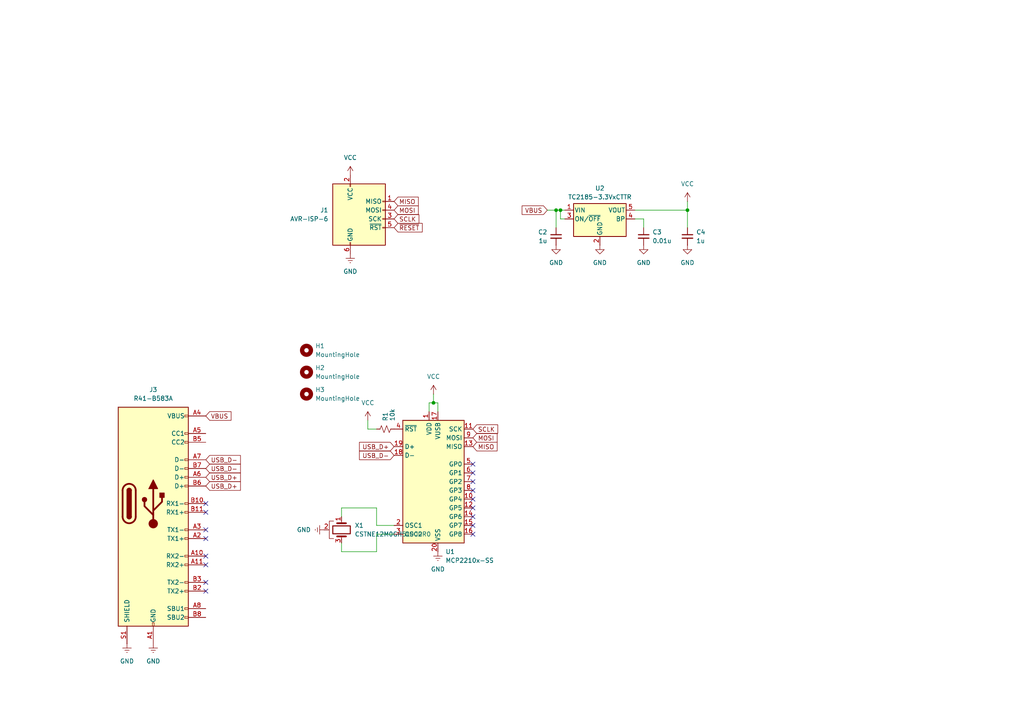
<source format=kicad_sch>
(kicad_sch
	(version 20231120)
	(generator "eeschema")
	(generator_version "8.0")
	(uuid "b3dbb3b3-f8a4-40c6-9535-236c1529a390")
	(paper "A4")
	(title_block
		(title "Timer Programmer")
		(date "2024-05-22")
		(rev "V0.0.2")
		(company "Mines Rocket Club")
		(comment 1 "Andrew Wu")
	)
	(lib_symbols
		(symbol "Connector:AVR-ISP-6"
			(pin_names
				(offset 1.016)
			)
			(exclude_from_sim no)
			(in_bom yes)
			(on_board yes)
			(property "Reference" "J"
				(at -6.35 11.43 0)
				(effects
					(font
						(size 1.27 1.27)
					)
					(justify left)
				)
			)
			(property "Value" "AVR-ISP-6"
				(at 0 11.43 0)
				(effects
					(font
						(size 1.27 1.27)
					)
					(justify left)
				)
			)
			(property "Footprint" ""
				(at -6.35 1.27 90)
				(effects
					(font
						(size 1.27 1.27)
					)
					(hide yes)
				)
			)
			(property "Datasheet" " ~"
				(at -32.385 -13.97 0)
				(effects
					(font
						(size 1.27 1.27)
					)
					(hide yes)
				)
			)
			(property "Description" "Atmel 6-pin ISP connector"
				(at 0 0 0)
				(effects
					(font
						(size 1.27 1.27)
					)
					(hide yes)
				)
			)
			(property "ki_keywords" "AVR ISP Connector"
				(at 0 0 0)
				(effects
					(font
						(size 1.27 1.27)
					)
					(hide yes)
				)
			)
			(property "ki_fp_filters" "IDC?Header*2x03* Pin?Header*2x03*"
				(at 0 0 0)
				(effects
					(font
						(size 1.27 1.27)
					)
					(hide yes)
				)
			)
			(symbol "AVR-ISP-6_0_1"
				(rectangle
					(start -2.667 -6.858)
					(end -2.413 -7.62)
					(stroke
						(width 0)
						(type default)
					)
					(fill
						(type none)
					)
				)
				(rectangle
					(start -2.667 10.16)
					(end -2.413 9.398)
					(stroke
						(width 0)
						(type default)
					)
					(fill
						(type none)
					)
				)
				(rectangle
					(start 7.62 -2.413)
					(end 6.858 -2.667)
					(stroke
						(width 0)
						(type default)
					)
					(fill
						(type none)
					)
				)
				(rectangle
					(start 7.62 0.127)
					(end 6.858 -0.127)
					(stroke
						(width 0)
						(type default)
					)
					(fill
						(type none)
					)
				)
				(rectangle
					(start 7.62 2.667)
					(end 6.858 2.413)
					(stroke
						(width 0)
						(type default)
					)
					(fill
						(type none)
					)
				)
				(rectangle
					(start 7.62 5.207)
					(end 6.858 4.953)
					(stroke
						(width 0)
						(type default)
					)
					(fill
						(type none)
					)
				)
				(rectangle
					(start 7.62 10.16)
					(end -7.62 -7.62)
					(stroke
						(width 0.254)
						(type default)
					)
					(fill
						(type background)
					)
				)
			)
			(symbol "AVR-ISP-6_1_1"
				(pin passive line
					(at 10.16 5.08 180)
					(length 2.54)
					(name "MISO"
						(effects
							(font
								(size 1.27 1.27)
							)
						)
					)
					(number "1"
						(effects
							(font
								(size 1.27 1.27)
							)
						)
					)
				)
				(pin passive line
					(at -2.54 12.7 270)
					(length 2.54)
					(name "VCC"
						(effects
							(font
								(size 1.27 1.27)
							)
						)
					)
					(number "2"
						(effects
							(font
								(size 1.27 1.27)
							)
						)
					)
				)
				(pin passive line
					(at 10.16 0 180)
					(length 2.54)
					(name "SCK"
						(effects
							(font
								(size 1.27 1.27)
							)
						)
					)
					(number "3"
						(effects
							(font
								(size 1.27 1.27)
							)
						)
					)
				)
				(pin passive line
					(at 10.16 2.54 180)
					(length 2.54)
					(name "MOSI"
						(effects
							(font
								(size 1.27 1.27)
							)
						)
					)
					(number "4"
						(effects
							(font
								(size 1.27 1.27)
							)
						)
					)
				)
				(pin passive line
					(at 10.16 -2.54 180)
					(length 2.54)
					(name "~{RST}"
						(effects
							(font
								(size 1.27 1.27)
							)
						)
					)
					(number "5"
						(effects
							(font
								(size 1.27 1.27)
							)
						)
					)
				)
				(pin passive line
					(at -2.54 -10.16 90)
					(length 2.54)
					(name "GND"
						(effects
							(font
								(size 1.27 1.27)
							)
						)
					)
					(number "6"
						(effects
							(font
								(size 1.27 1.27)
							)
						)
					)
				)
			)
		)
		(symbol "Connector:USB_C_Receptacle"
			(pin_names
				(offset 1.016)
			)
			(exclude_from_sim no)
			(in_bom yes)
			(on_board yes)
			(property "Reference" "J"
				(at -10.16 29.21 0)
				(effects
					(font
						(size 1.27 1.27)
					)
					(justify left)
				)
			)
			(property "Value" "USB_C_Receptacle"
				(at 10.16 29.21 0)
				(effects
					(font
						(size 1.27 1.27)
					)
					(justify right)
				)
			)
			(property "Footprint" ""
				(at 3.81 0 0)
				(effects
					(font
						(size 1.27 1.27)
					)
					(hide yes)
				)
			)
			(property "Datasheet" "https://www.usb.org/sites/default/files/documents/usb_type-c.zip"
				(at 3.81 0 0)
				(effects
					(font
						(size 1.27 1.27)
					)
					(hide yes)
				)
			)
			(property "Description" "USB Full-Featured Type-C Receptacle connector"
				(at 0 0 0)
				(effects
					(font
						(size 1.27 1.27)
					)
					(hide yes)
				)
			)
			(property "ki_keywords" "usb universal serial bus type-C full-featured"
				(at 0 0 0)
				(effects
					(font
						(size 1.27 1.27)
					)
					(hide yes)
				)
			)
			(property "ki_fp_filters" "USB*C*Receptacle*"
				(at 0 0 0)
				(effects
					(font
						(size 1.27 1.27)
					)
					(hide yes)
				)
			)
			(symbol "USB_C_Receptacle_0_0"
				(rectangle
					(start -0.254 -35.56)
					(end 0.254 -34.544)
					(stroke
						(width 0)
						(type default)
					)
					(fill
						(type none)
					)
				)
				(rectangle
					(start 10.16 -32.766)
					(end 9.144 -33.274)
					(stroke
						(width 0)
						(type default)
					)
					(fill
						(type none)
					)
				)
				(rectangle
					(start 10.16 -30.226)
					(end 9.144 -30.734)
					(stroke
						(width 0)
						(type default)
					)
					(fill
						(type none)
					)
				)
				(rectangle
					(start 10.16 -25.146)
					(end 9.144 -25.654)
					(stroke
						(width 0)
						(type default)
					)
					(fill
						(type none)
					)
				)
				(rectangle
					(start 10.16 -22.606)
					(end 9.144 -23.114)
					(stroke
						(width 0)
						(type default)
					)
					(fill
						(type none)
					)
				)
				(rectangle
					(start 10.16 -17.526)
					(end 9.144 -18.034)
					(stroke
						(width 0)
						(type default)
					)
					(fill
						(type none)
					)
				)
				(rectangle
					(start 10.16 -14.986)
					(end 9.144 -15.494)
					(stroke
						(width 0)
						(type default)
					)
					(fill
						(type none)
					)
				)
				(rectangle
					(start 10.16 -9.906)
					(end 9.144 -10.414)
					(stroke
						(width 0)
						(type default)
					)
					(fill
						(type none)
					)
				)
				(rectangle
					(start 10.16 -7.366)
					(end 9.144 -7.874)
					(stroke
						(width 0)
						(type default)
					)
					(fill
						(type none)
					)
				)
				(rectangle
					(start 10.16 -2.286)
					(end 9.144 -2.794)
					(stroke
						(width 0)
						(type default)
					)
					(fill
						(type none)
					)
				)
				(rectangle
					(start 10.16 0.254)
					(end 9.144 -0.254)
					(stroke
						(width 0)
						(type default)
					)
					(fill
						(type none)
					)
				)
				(rectangle
					(start 10.16 5.334)
					(end 9.144 4.826)
					(stroke
						(width 0)
						(type default)
					)
					(fill
						(type none)
					)
				)
				(rectangle
					(start 10.16 7.874)
					(end 9.144 7.366)
					(stroke
						(width 0)
						(type default)
					)
					(fill
						(type none)
					)
				)
				(rectangle
					(start 10.16 10.414)
					(end 9.144 9.906)
					(stroke
						(width 0)
						(type default)
					)
					(fill
						(type none)
					)
				)
				(rectangle
					(start 10.16 12.954)
					(end 9.144 12.446)
					(stroke
						(width 0)
						(type default)
					)
					(fill
						(type none)
					)
				)
				(rectangle
					(start 10.16 18.034)
					(end 9.144 17.526)
					(stroke
						(width 0)
						(type default)
					)
					(fill
						(type none)
					)
				)
				(rectangle
					(start 10.16 20.574)
					(end 9.144 20.066)
					(stroke
						(width 0)
						(type default)
					)
					(fill
						(type none)
					)
				)
				(rectangle
					(start 10.16 25.654)
					(end 9.144 25.146)
					(stroke
						(width 0)
						(type default)
					)
					(fill
						(type none)
					)
				)
			)
			(symbol "USB_C_Receptacle_0_1"
				(rectangle
					(start -10.16 27.94)
					(end 10.16 -35.56)
					(stroke
						(width 0.254)
						(type default)
					)
					(fill
						(type background)
					)
				)
				(arc
					(start -8.89 -3.81)
					(mid -6.985 -5.7067)
					(end -5.08 -3.81)
					(stroke
						(width 0.508)
						(type default)
					)
					(fill
						(type none)
					)
				)
				(arc
					(start -7.62 -3.81)
					(mid -6.985 -4.4423)
					(end -6.35 -3.81)
					(stroke
						(width 0.254)
						(type default)
					)
					(fill
						(type none)
					)
				)
				(arc
					(start -7.62 -3.81)
					(mid -6.985 -4.4423)
					(end -6.35 -3.81)
					(stroke
						(width 0.254)
						(type default)
					)
					(fill
						(type outline)
					)
				)
				(rectangle
					(start -7.62 -3.81)
					(end -6.35 3.81)
					(stroke
						(width 0.254)
						(type default)
					)
					(fill
						(type outline)
					)
				)
				(arc
					(start -6.35 3.81)
					(mid -6.985 4.4423)
					(end -7.62 3.81)
					(stroke
						(width 0.254)
						(type default)
					)
					(fill
						(type none)
					)
				)
				(arc
					(start -6.35 3.81)
					(mid -6.985 4.4423)
					(end -7.62 3.81)
					(stroke
						(width 0.254)
						(type default)
					)
					(fill
						(type outline)
					)
				)
				(arc
					(start -5.08 3.81)
					(mid -6.985 5.7067)
					(end -8.89 3.81)
					(stroke
						(width 0.508)
						(type default)
					)
					(fill
						(type none)
					)
				)
				(polyline
					(pts
						(xy -8.89 -3.81) (xy -8.89 3.81)
					)
					(stroke
						(width 0.508)
						(type default)
					)
					(fill
						(type none)
					)
				)
				(polyline
					(pts
						(xy -5.08 3.81) (xy -5.08 -3.81)
					)
					(stroke
						(width 0.508)
						(type default)
					)
					(fill
						(type none)
					)
				)
			)
			(symbol "USB_C_Receptacle_1_1"
				(circle
					(center -2.54 1.143)
					(radius 0.635)
					(stroke
						(width 0.254)
						(type default)
					)
					(fill
						(type outline)
					)
				)
				(circle
					(center 0 -5.842)
					(radius 1.27)
					(stroke
						(width 0)
						(type default)
					)
					(fill
						(type outline)
					)
				)
				(polyline
					(pts
						(xy 0 -5.842) (xy 0 4.318)
					)
					(stroke
						(width 0.508)
						(type default)
					)
					(fill
						(type none)
					)
				)
				(polyline
					(pts
						(xy 0 -3.302) (xy -2.54 -0.762) (xy -2.54 0.508)
					)
					(stroke
						(width 0.508)
						(type default)
					)
					(fill
						(type none)
					)
				)
				(polyline
					(pts
						(xy 0 -2.032) (xy 2.54 0.508) (xy 2.54 1.778)
					)
					(stroke
						(width 0.508)
						(type default)
					)
					(fill
						(type none)
					)
				)
				(polyline
					(pts
						(xy -1.27 4.318) (xy 0 6.858) (xy 1.27 4.318) (xy -1.27 4.318)
					)
					(stroke
						(width 0.254)
						(type default)
					)
					(fill
						(type outline)
					)
				)
				(rectangle
					(start 1.905 1.778)
					(end 3.175 3.048)
					(stroke
						(width 0.254)
						(type default)
					)
					(fill
						(type outline)
					)
				)
				(pin passive line
					(at 0 -40.64 90)
					(length 5.08)
					(name "GND"
						(effects
							(font
								(size 1.27 1.27)
							)
						)
					)
					(number "A1"
						(effects
							(font
								(size 1.27 1.27)
							)
						)
					)
				)
				(pin bidirectional line
					(at 15.24 -15.24 180)
					(length 5.08)
					(name "RX2-"
						(effects
							(font
								(size 1.27 1.27)
							)
						)
					)
					(number "A10"
						(effects
							(font
								(size 1.27 1.27)
							)
						)
					)
				)
				(pin bidirectional line
					(at 15.24 -17.78 180)
					(length 5.08)
					(name "RX2+"
						(effects
							(font
								(size 1.27 1.27)
							)
						)
					)
					(number "A11"
						(effects
							(font
								(size 1.27 1.27)
							)
						)
					)
				)
				(pin passive line
					(at 0 -40.64 90)
					(length 5.08) hide
					(name "GND"
						(effects
							(font
								(size 1.27 1.27)
							)
						)
					)
					(number "A12"
						(effects
							(font
								(size 1.27 1.27)
							)
						)
					)
				)
				(pin bidirectional line
					(at 15.24 -10.16 180)
					(length 5.08)
					(name "TX1+"
						(effects
							(font
								(size 1.27 1.27)
							)
						)
					)
					(number "A2"
						(effects
							(font
								(size 1.27 1.27)
							)
						)
					)
				)
				(pin bidirectional line
					(at 15.24 -7.62 180)
					(length 5.08)
					(name "TX1-"
						(effects
							(font
								(size 1.27 1.27)
							)
						)
					)
					(number "A3"
						(effects
							(font
								(size 1.27 1.27)
							)
						)
					)
				)
				(pin passive line
					(at 15.24 25.4 180)
					(length 5.08)
					(name "VBUS"
						(effects
							(font
								(size 1.27 1.27)
							)
						)
					)
					(number "A4"
						(effects
							(font
								(size 1.27 1.27)
							)
						)
					)
				)
				(pin bidirectional line
					(at 15.24 20.32 180)
					(length 5.08)
					(name "CC1"
						(effects
							(font
								(size 1.27 1.27)
							)
						)
					)
					(number "A5"
						(effects
							(font
								(size 1.27 1.27)
							)
						)
					)
				)
				(pin bidirectional line
					(at 15.24 7.62 180)
					(length 5.08)
					(name "D+"
						(effects
							(font
								(size 1.27 1.27)
							)
						)
					)
					(number "A6"
						(effects
							(font
								(size 1.27 1.27)
							)
						)
					)
				)
				(pin bidirectional line
					(at 15.24 12.7 180)
					(length 5.08)
					(name "D-"
						(effects
							(font
								(size 1.27 1.27)
							)
						)
					)
					(number "A7"
						(effects
							(font
								(size 1.27 1.27)
							)
						)
					)
				)
				(pin bidirectional line
					(at 15.24 -30.48 180)
					(length 5.08)
					(name "SBU1"
						(effects
							(font
								(size 1.27 1.27)
							)
						)
					)
					(number "A8"
						(effects
							(font
								(size 1.27 1.27)
							)
						)
					)
				)
				(pin passive line
					(at 15.24 25.4 180)
					(length 5.08) hide
					(name "VBUS"
						(effects
							(font
								(size 1.27 1.27)
							)
						)
					)
					(number "A9"
						(effects
							(font
								(size 1.27 1.27)
							)
						)
					)
				)
				(pin passive line
					(at 0 -40.64 90)
					(length 5.08) hide
					(name "GND"
						(effects
							(font
								(size 1.27 1.27)
							)
						)
					)
					(number "B1"
						(effects
							(font
								(size 1.27 1.27)
							)
						)
					)
				)
				(pin bidirectional line
					(at 15.24 0 180)
					(length 5.08)
					(name "RX1-"
						(effects
							(font
								(size 1.27 1.27)
							)
						)
					)
					(number "B10"
						(effects
							(font
								(size 1.27 1.27)
							)
						)
					)
				)
				(pin bidirectional line
					(at 15.24 -2.54 180)
					(length 5.08)
					(name "RX1+"
						(effects
							(font
								(size 1.27 1.27)
							)
						)
					)
					(number "B11"
						(effects
							(font
								(size 1.27 1.27)
							)
						)
					)
				)
				(pin passive line
					(at 0 -40.64 90)
					(length 5.08) hide
					(name "GND"
						(effects
							(font
								(size 1.27 1.27)
							)
						)
					)
					(number "B12"
						(effects
							(font
								(size 1.27 1.27)
							)
						)
					)
				)
				(pin bidirectional line
					(at 15.24 -25.4 180)
					(length 5.08)
					(name "TX2+"
						(effects
							(font
								(size 1.27 1.27)
							)
						)
					)
					(number "B2"
						(effects
							(font
								(size 1.27 1.27)
							)
						)
					)
				)
				(pin bidirectional line
					(at 15.24 -22.86 180)
					(length 5.08)
					(name "TX2-"
						(effects
							(font
								(size 1.27 1.27)
							)
						)
					)
					(number "B3"
						(effects
							(font
								(size 1.27 1.27)
							)
						)
					)
				)
				(pin passive line
					(at 15.24 25.4 180)
					(length 5.08) hide
					(name "VBUS"
						(effects
							(font
								(size 1.27 1.27)
							)
						)
					)
					(number "B4"
						(effects
							(font
								(size 1.27 1.27)
							)
						)
					)
				)
				(pin bidirectional line
					(at 15.24 17.78 180)
					(length 5.08)
					(name "CC2"
						(effects
							(font
								(size 1.27 1.27)
							)
						)
					)
					(number "B5"
						(effects
							(font
								(size 1.27 1.27)
							)
						)
					)
				)
				(pin bidirectional line
					(at 15.24 5.08 180)
					(length 5.08)
					(name "D+"
						(effects
							(font
								(size 1.27 1.27)
							)
						)
					)
					(number "B6"
						(effects
							(font
								(size 1.27 1.27)
							)
						)
					)
				)
				(pin bidirectional line
					(at 15.24 10.16 180)
					(length 5.08)
					(name "D-"
						(effects
							(font
								(size 1.27 1.27)
							)
						)
					)
					(number "B7"
						(effects
							(font
								(size 1.27 1.27)
							)
						)
					)
				)
				(pin bidirectional line
					(at 15.24 -33.02 180)
					(length 5.08)
					(name "SBU2"
						(effects
							(font
								(size 1.27 1.27)
							)
						)
					)
					(number "B8"
						(effects
							(font
								(size 1.27 1.27)
							)
						)
					)
				)
				(pin passive line
					(at 15.24 25.4 180)
					(length 5.08) hide
					(name "VBUS"
						(effects
							(font
								(size 1.27 1.27)
							)
						)
					)
					(number "B9"
						(effects
							(font
								(size 1.27 1.27)
							)
						)
					)
				)
				(pin passive line
					(at -7.62 -40.64 90)
					(length 5.08)
					(name "SHIELD"
						(effects
							(font
								(size 1.27 1.27)
							)
						)
					)
					(number "S1"
						(effects
							(font
								(size 1.27 1.27)
							)
						)
					)
				)
			)
		)
		(symbol "Device:C_Small"
			(pin_numbers hide)
			(pin_names
				(offset 0.254) hide)
			(exclude_from_sim no)
			(in_bom yes)
			(on_board yes)
			(property "Reference" "C"
				(at 0.254 1.778 0)
				(effects
					(font
						(size 1.27 1.27)
					)
					(justify left)
				)
			)
			(property "Value" "C_Small"
				(at 0.254 -2.032 0)
				(effects
					(font
						(size 1.27 1.27)
					)
					(justify left)
				)
			)
			(property "Footprint" ""
				(at 0 0 0)
				(effects
					(font
						(size 1.27 1.27)
					)
					(hide yes)
				)
			)
			(property "Datasheet" "~"
				(at 0 0 0)
				(effects
					(font
						(size 1.27 1.27)
					)
					(hide yes)
				)
			)
			(property "Description" "Unpolarized capacitor, small symbol"
				(at 0 0 0)
				(effects
					(font
						(size 1.27 1.27)
					)
					(hide yes)
				)
			)
			(property "ki_keywords" "capacitor cap"
				(at 0 0 0)
				(effects
					(font
						(size 1.27 1.27)
					)
					(hide yes)
				)
			)
			(property "ki_fp_filters" "C_*"
				(at 0 0 0)
				(effects
					(font
						(size 1.27 1.27)
					)
					(hide yes)
				)
			)
			(symbol "C_Small_0_1"
				(polyline
					(pts
						(xy -1.524 -0.508) (xy 1.524 -0.508)
					)
					(stroke
						(width 0.3302)
						(type default)
					)
					(fill
						(type none)
					)
				)
				(polyline
					(pts
						(xy -1.524 0.508) (xy 1.524 0.508)
					)
					(stroke
						(width 0.3048)
						(type default)
					)
					(fill
						(type none)
					)
				)
			)
			(symbol "C_Small_1_1"
				(pin passive line
					(at 0 2.54 270)
					(length 2.032)
					(name "~"
						(effects
							(font
								(size 1.27 1.27)
							)
						)
					)
					(number "1"
						(effects
							(font
								(size 1.27 1.27)
							)
						)
					)
				)
				(pin passive line
					(at 0 -2.54 90)
					(length 2.032)
					(name "~"
						(effects
							(font
								(size 1.27 1.27)
							)
						)
					)
					(number "2"
						(effects
							(font
								(size 1.27 1.27)
							)
						)
					)
				)
			)
		)
		(symbol "Device:Crystal_GND2"
			(pin_names
				(offset 1.016) hide)
			(exclude_from_sim no)
			(in_bom yes)
			(on_board yes)
			(property "Reference" "Y"
				(at 0 5.715 0)
				(effects
					(font
						(size 1.27 1.27)
					)
				)
			)
			(property "Value" "Crystal_GND2"
				(at 0 3.81 0)
				(effects
					(font
						(size 1.27 1.27)
					)
				)
			)
			(property "Footprint" ""
				(at 0 0 0)
				(effects
					(font
						(size 1.27 1.27)
					)
					(hide yes)
				)
			)
			(property "Datasheet" "~"
				(at 0 0 0)
				(effects
					(font
						(size 1.27 1.27)
					)
					(hide yes)
				)
			)
			(property "Description" "Three pin crystal, GND on pin 2"
				(at 0 0 0)
				(effects
					(font
						(size 1.27 1.27)
					)
					(hide yes)
				)
			)
			(property "ki_keywords" "quartz ceramic resonator oscillator"
				(at 0 0 0)
				(effects
					(font
						(size 1.27 1.27)
					)
					(hide yes)
				)
			)
			(property "ki_fp_filters" "Crystal*"
				(at 0 0 0)
				(effects
					(font
						(size 1.27 1.27)
					)
					(hide yes)
				)
			)
			(symbol "Crystal_GND2_0_1"
				(rectangle
					(start -1.143 2.54)
					(end 1.143 -2.54)
					(stroke
						(width 0.3048)
						(type default)
					)
					(fill
						(type none)
					)
				)
				(polyline
					(pts
						(xy -2.54 0) (xy -1.905 0)
					)
					(stroke
						(width 0)
						(type default)
					)
					(fill
						(type none)
					)
				)
				(polyline
					(pts
						(xy -1.905 -1.27) (xy -1.905 1.27)
					)
					(stroke
						(width 0.508)
						(type default)
					)
					(fill
						(type none)
					)
				)
				(polyline
					(pts
						(xy 0 -3.81) (xy 0 -3.556)
					)
					(stroke
						(width 0)
						(type default)
					)
					(fill
						(type none)
					)
				)
				(polyline
					(pts
						(xy 1.905 0) (xy 2.54 0)
					)
					(stroke
						(width 0)
						(type default)
					)
					(fill
						(type none)
					)
				)
				(polyline
					(pts
						(xy 1.905 1.27) (xy 1.905 -1.27)
					)
					(stroke
						(width 0.508)
						(type default)
					)
					(fill
						(type none)
					)
				)
				(polyline
					(pts
						(xy -2.54 -2.286) (xy -2.54 -3.556) (xy 2.54 -3.556) (xy 2.54 -2.286)
					)
					(stroke
						(width 0)
						(type default)
					)
					(fill
						(type none)
					)
				)
			)
			(symbol "Crystal_GND2_1_1"
				(pin passive line
					(at -3.81 0 0)
					(length 1.27)
					(name "1"
						(effects
							(font
								(size 1.27 1.27)
							)
						)
					)
					(number "1"
						(effects
							(font
								(size 1.27 1.27)
							)
						)
					)
				)
				(pin passive line
					(at 0 -5.08 90)
					(length 1.27)
					(name "2"
						(effects
							(font
								(size 1.27 1.27)
							)
						)
					)
					(number "2"
						(effects
							(font
								(size 1.27 1.27)
							)
						)
					)
				)
				(pin passive line
					(at 3.81 0 180)
					(length 1.27)
					(name "3"
						(effects
							(font
								(size 1.27 1.27)
							)
						)
					)
					(number "3"
						(effects
							(font
								(size 1.27 1.27)
							)
						)
					)
				)
			)
		)
		(symbol "Device:R_Small_US"
			(pin_numbers hide)
			(pin_names
				(offset 0.254) hide)
			(exclude_from_sim no)
			(in_bom yes)
			(on_board yes)
			(property "Reference" "R"
				(at 0.762 0.508 0)
				(effects
					(font
						(size 1.27 1.27)
					)
					(justify left)
				)
			)
			(property "Value" "R_Small_US"
				(at 0.762 -1.016 0)
				(effects
					(font
						(size 1.27 1.27)
					)
					(justify left)
				)
			)
			(property "Footprint" ""
				(at 0 0 0)
				(effects
					(font
						(size 1.27 1.27)
					)
					(hide yes)
				)
			)
			(property "Datasheet" "~"
				(at 0 0 0)
				(effects
					(font
						(size 1.27 1.27)
					)
					(hide yes)
				)
			)
			(property "Description" "Resistor, small US symbol"
				(at 0 0 0)
				(effects
					(font
						(size 1.27 1.27)
					)
					(hide yes)
				)
			)
			(property "ki_keywords" "r resistor"
				(at 0 0 0)
				(effects
					(font
						(size 1.27 1.27)
					)
					(hide yes)
				)
			)
			(property "ki_fp_filters" "R_*"
				(at 0 0 0)
				(effects
					(font
						(size 1.27 1.27)
					)
					(hide yes)
				)
			)
			(symbol "R_Small_US_1_1"
				(polyline
					(pts
						(xy 0 0) (xy 1.016 -0.381) (xy 0 -0.762) (xy -1.016 -1.143) (xy 0 -1.524)
					)
					(stroke
						(width 0)
						(type default)
					)
					(fill
						(type none)
					)
				)
				(polyline
					(pts
						(xy 0 1.524) (xy 1.016 1.143) (xy 0 0.762) (xy -1.016 0.381) (xy 0 0)
					)
					(stroke
						(width 0)
						(type default)
					)
					(fill
						(type none)
					)
				)
				(pin passive line
					(at 0 2.54 270)
					(length 1.016)
					(name "~"
						(effects
							(font
								(size 1.27 1.27)
							)
						)
					)
					(number "1"
						(effects
							(font
								(size 1.27 1.27)
							)
						)
					)
				)
				(pin passive line
					(at 0 -2.54 90)
					(length 1.016)
					(name "~"
						(effects
							(font
								(size 1.27 1.27)
							)
						)
					)
					(number "2"
						(effects
							(font
								(size 1.27 1.27)
							)
						)
					)
				)
			)
		)
		(symbol "Interface_USB:MCP2210x-SS"
			(exclude_from_sim no)
			(in_bom yes)
			(on_board yes)
			(property "Reference" "U"
				(at -10.16 19.05 0)
				(effects
					(font
						(size 1.27 1.27)
					)
				)
			)
			(property "Value" "MCP2210x-SS"
				(at 10.16 19.05 0)
				(effects
					(font
						(size 1.27 1.27)
					)
				)
			)
			(property "Footprint" "Package_SO:SSOP-20_5.3x7.2mm_P0.65mm"
				(at 0 25.4 0)
				(effects
					(font
						(size 1.27 1.27)
					)
					(hide yes)
				)
			)
			(property "Datasheet" "https://ww1.microchip.com/downloads/en/DeviceDoc/22288A.pdf"
				(at -2.54 20.32 0)
				(effects
					(font
						(size 1.27 1.27)
					)
					(hide yes)
				)
			)
			(property "Description" "USB to SPI Protocol Converter with GPIO, SSOP-20"
				(at 0 0 0)
				(effects
					(font
						(size 1.27 1.27)
					)
					(hide yes)
				)
			)
			(property "ki_keywords" "USB SPI Master Converter Bridge"
				(at 0 0 0)
				(effects
					(font
						(size 1.27 1.27)
					)
					(hide yes)
				)
			)
			(property "ki_fp_filters" "SSOP*5.3x7.2mm*P0.65mm*"
				(at 0 0 0)
				(effects
					(font
						(size 1.27 1.27)
					)
					(hide yes)
				)
			)
			(symbol "MCP2210x-SS_0_1"
				(rectangle
					(start -10.16 17.78)
					(end 7.62 -17.78)
					(stroke
						(width 0.254)
						(type default)
					)
					(fill
						(type background)
					)
				)
			)
			(symbol "MCP2210x-SS_1_1"
				(pin power_in line
					(at -2.54 20.32 270)
					(length 2.54)
					(name "VDD"
						(effects
							(font
								(size 1.27 1.27)
							)
						)
					)
					(number "1"
						(effects
							(font
								(size 1.27 1.27)
							)
						)
					)
				)
				(pin bidirectional line
					(at 10.16 -5.08 180)
					(length 2.54)
					(name "GP4"
						(effects
							(font
								(size 1.27 1.27)
							)
						)
					)
					(number "10"
						(effects
							(font
								(size 1.27 1.27)
							)
						)
					)
				)
				(pin output line
					(at 10.16 15.24 180)
					(length 2.54)
					(name "SCK"
						(effects
							(font
								(size 1.27 1.27)
							)
						)
					)
					(number "11"
						(effects
							(font
								(size 1.27 1.27)
							)
						)
					)
				)
				(pin bidirectional line
					(at 10.16 -7.62 180)
					(length 2.54)
					(name "GP5"
						(effects
							(font
								(size 1.27 1.27)
							)
						)
					)
					(number "12"
						(effects
							(font
								(size 1.27 1.27)
							)
						)
					)
				)
				(pin input line
					(at 10.16 10.16 180)
					(length 2.54)
					(name "MISO"
						(effects
							(font
								(size 1.27 1.27)
							)
						)
					)
					(number "13"
						(effects
							(font
								(size 1.27 1.27)
							)
						)
					)
				)
				(pin bidirectional line
					(at 10.16 -10.16 180)
					(length 2.54)
					(name "GP6"
						(effects
							(font
								(size 1.27 1.27)
							)
						)
					)
					(number "14"
						(effects
							(font
								(size 1.27 1.27)
							)
						)
					)
				)
				(pin bidirectional line
					(at 10.16 -12.7 180)
					(length 2.54)
					(name "GP7"
						(effects
							(font
								(size 1.27 1.27)
							)
						)
					)
					(number "15"
						(effects
							(font
								(size 1.27 1.27)
							)
						)
					)
				)
				(pin bidirectional line
					(at 10.16 -15.24 180)
					(length 2.54)
					(name "GP8"
						(effects
							(font
								(size 1.27 1.27)
							)
						)
					)
					(number "16"
						(effects
							(font
								(size 1.27 1.27)
							)
						)
					)
				)
				(pin passive line
					(at 0 20.32 270)
					(length 2.54)
					(name "VUSB"
						(effects
							(font
								(size 1.27 1.27)
							)
						)
					)
					(number "17"
						(effects
							(font
								(size 1.27 1.27)
							)
						)
					)
				)
				(pin bidirectional line
					(at -12.7 7.62 0)
					(length 2.54)
					(name "D-"
						(effects
							(font
								(size 1.27 1.27)
							)
						)
					)
					(number "18"
						(effects
							(font
								(size 1.27 1.27)
							)
						)
					)
				)
				(pin bidirectional line
					(at -12.7 10.16 0)
					(length 2.54)
					(name "D+"
						(effects
							(font
								(size 1.27 1.27)
							)
						)
					)
					(number "19"
						(effects
							(font
								(size 1.27 1.27)
							)
						)
					)
				)
				(pin input line
					(at -12.7 -12.7 0)
					(length 2.54)
					(name "OSC1"
						(effects
							(font
								(size 1.27 1.27)
							)
						)
					)
					(number "2"
						(effects
							(font
								(size 1.27 1.27)
							)
						)
					)
				)
				(pin power_in line
					(at 0 -20.32 90)
					(length 2.54)
					(name "VSS"
						(effects
							(font
								(size 1.27 1.27)
							)
						)
					)
					(number "20"
						(effects
							(font
								(size 1.27 1.27)
							)
						)
					)
				)
				(pin output line
					(at -12.7 -15.24 0)
					(length 2.54)
					(name "OSC2"
						(effects
							(font
								(size 1.27 1.27)
							)
						)
					)
					(number "3"
						(effects
							(font
								(size 1.27 1.27)
							)
						)
					)
				)
				(pin input line
					(at -12.7 15.24 0)
					(length 2.54)
					(name "~{RST}"
						(effects
							(font
								(size 1.27 1.27)
							)
						)
					)
					(number "4"
						(effects
							(font
								(size 1.27 1.27)
							)
						)
					)
				)
				(pin bidirectional line
					(at 10.16 5.08 180)
					(length 2.54)
					(name "GP0"
						(effects
							(font
								(size 1.27 1.27)
							)
						)
					)
					(number "5"
						(effects
							(font
								(size 1.27 1.27)
							)
						)
					)
				)
				(pin bidirectional line
					(at 10.16 2.54 180)
					(length 2.54)
					(name "GP1"
						(effects
							(font
								(size 1.27 1.27)
							)
						)
					)
					(number "6"
						(effects
							(font
								(size 1.27 1.27)
							)
						)
					)
				)
				(pin bidirectional line
					(at 10.16 0 180)
					(length 2.54)
					(name "GP2"
						(effects
							(font
								(size 1.27 1.27)
							)
						)
					)
					(number "7"
						(effects
							(font
								(size 1.27 1.27)
							)
						)
					)
				)
				(pin bidirectional line
					(at 10.16 -2.54 180)
					(length 2.54)
					(name "GP3"
						(effects
							(font
								(size 1.27 1.27)
							)
						)
					)
					(number "8"
						(effects
							(font
								(size 1.27 1.27)
							)
						)
					)
				)
				(pin output line
					(at 10.16 12.7 180)
					(length 2.54)
					(name "MOSI"
						(effects
							(font
								(size 1.27 1.27)
							)
						)
					)
					(number "9"
						(effects
							(font
								(size 1.27 1.27)
							)
						)
					)
				)
			)
		)
		(symbol "Mechanical:MountingHole"
			(pin_names
				(offset 1.016)
			)
			(exclude_from_sim no)
			(in_bom yes)
			(on_board yes)
			(property "Reference" "H"
				(at 0 5.08 0)
				(effects
					(font
						(size 1.27 1.27)
					)
				)
			)
			(property "Value" "MountingHole"
				(at 0 3.175 0)
				(effects
					(font
						(size 1.27 1.27)
					)
				)
			)
			(property "Footprint" ""
				(at 0 0 0)
				(effects
					(font
						(size 1.27 1.27)
					)
					(hide yes)
				)
			)
			(property "Datasheet" "~"
				(at 0 0 0)
				(effects
					(font
						(size 1.27 1.27)
					)
					(hide yes)
				)
			)
			(property "Description" "Mounting Hole without connection"
				(at 0 0 0)
				(effects
					(font
						(size 1.27 1.27)
					)
					(hide yes)
				)
			)
			(property "ki_keywords" "mounting hole"
				(at 0 0 0)
				(effects
					(font
						(size 1.27 1.27)
					)
					(hide yes)
				)
			)
			(property "ki_fp_filters" "MountingHole*"
				(at 0 0 0)
				(effects
					(font
						(size 1.27 1.27)
					)
					(hide yes)
				)
			)
			(symbol "MountingHole_0_1"
				(circle
					(center 0 0)
					(radius 1.27)
					(stroke
						(width 1.27)
						(type default)
					)
					(fill
						(type none)
					)
				)
			)
		)
		(symbol "Regulator_Linear:TC2185-3.3VxCTTR"
			(pin_names
				(offset 0.254)
			)
			(exclude_from_sim no)
			(in_bom yes)
			(on_board yes)
			(property "Reference" "U"
				(at -6.35 5.715 0)
				(effects
					(font
						(size 1.27 1.27)
					)
				)
			)
			(property "Value" "TC2185-3.3VxCTTR"
				(at 0 5.715 0)
				(effects
					(font
						(size 1.27 1.27)
					)
					(justify left)
				)
			)
			(property "Footprint" "Package_TO_SOT_SMD:SOT-23-5"
				(at 0 8.255 0)
				(effects
					(font
						(size 1.27 1.27)
					)
					(hide yes)
				)
			)
			(property "Datasheet" "http://ww1.microchip.com/downloads/en/DeviceDoc/21662F.pdf"
				(at 0 0 0)
				(effects
					(font
						(size 1.27 1.27)
					)
					(hide yes)
				)
			)
			(property "Description" "3.3V 150mA CMOS LDO with Shutdown and Vref Bypass, SOT-23-5"
				(at 0 0 0)
				(effects
					(font
						(size 1.27 1.27)
					)
					(hide yes)
				)
			)
			(property "ki_keywords" "low dropout 3.3V 150mA"
				(at 0 0 0)
				(effects
					(font
						(size 1.27 1.27)
					)
					(hide yes)
				)
			)
			(property "ki_fp_filters" "SOT?23*"
				(at 0 0 0)
				(effects
					(font
						(size 1.27 1.27)
					)
					(hide yes)
				)
			)
			(symbol "TC2185-3.3VxCTTR_0_1"
				(rectangle
					(start -7.62 -5.08)
					(end 7.62 4.445)
					(stroke
						(width 0.254)
						(type default)
					)
					(fill
						(type background)
					)
				)
			)
			(symbol "TC2185-3.3VxCTTR_1_1"
				(pin power_in line
					(at -10.16 2.54 0)
					(length 2.54)
					(name "VIN"
						(effects
							(font
								(size 1.27 1.27)
							)
						)
					)
					(number "1"
						(effects
							(font
								(size 1.27 1.27)
							)
						)
					)
				)
				(pin power_in line
					(at 0 -7.62 90)
					(length 2.54)
					(name "GND"
						(effects
							(font
								(size 1.27 1.27)
							)
						)
					)
					(number "2"
						(effects
							(font
								(size 1.27 1.27)
							)
						)
					)
				)
				(pin input line
					(at -10.16 0 0)
					(length 2.54)
					(name "ON/~{OFF}"
						(effects
							(font
								(size 1.27 1.27)
							)
						)
					)
					(number "3"
						(effects
							(font
								(size 1.27 1.27)
							)
						)
					)
				)
				(pin input line
					(at 10.16 0 180)
					(length 2.54)
					(name "BP"
						(effects
							(font
								(size 1.27 1.27)
							)
						)
					)
					(number "4"
						(effects
							(font
								(size 1.27 1.27)
							)
						)
					)
				)
				(pin power_out line
					(at 10.16 2.54 180)
					(length 2.54)
					(name "VOUT"
						(effects
							(font
								(size 1.27 1.27)
							)
						)
					)
					(number "5"
						(effects
							(font
								(size 1.27 1.27)
							)
						)
					)
				)
			)
		)
		(symbol "power:Earth"
			(power)
			(pin_numbers hide)
			(pin_names
				(offset 0) hide)
			(exclude_from_sim no)
			(in_bom yes)
			(on_board yes)
			(property "Reference" "#PWR"
				(at 0 -6.35 0)
				(effects
					(font
						(size 1.27 1.27)
					)
					(hide yes)
				)
			)
			(property "Value" "Earth"
				(at 0 -3.81 0)
				(effects
					(font
						(size 1.27 1.27)
					)
				)
			)
			(property "Footprint" ""
				(at 0 0 0)
				(effects
					(font
						(size 1.27 1.27)
					)
					(hide yes)
				)
			)
			(property "Datasheet" "~"
				(at 0 0 0)
				(effects
					(font
						(size 1.27 1.27)
					)
					(hide yes)
				)
			)
			(property "Description" "Power symbol creates a global label with name \"Earth\""
				(at 0 0 0)
				(effects
					(font
						(size 1.27 1.27)
					)
					(hide yes)
				)
			)
			(property "ki_keywords" "global ground gnd"
				(at 0 0 0)
				(effects
					(font
						(size 1.27 1.27)
					)
					(hide yes)
				)
			)
			(symbol "Earth_0_1"
				(polyline
					(pts
						(xy -0.635 -1.905) (xy 0.635 -1.905)
					)
					(stroke
						(width 0)
						(type default)
					)
					(fill
						(type none)
					)
				)
				(polyline
					(pts
						(xy -0.127 -2.54) (xy 0.127 -2.54)
					)
					(stroke
						(width 0)
						(type default)
					)
					(fill
						(type none)
					)
				)
				(polyline
					(pts
						(xy 0 -1.27) (xy 0 0)
					)
					(stroke
						(width 0)
						(type default)
					)
					(fill
						(type none)
					)
				)
				(polyline
					(pts
						(xy 1.27 -1.27) (xy -1.27 -1.27)
					)
					(stroke
						(width 0)
						(type default)
					)
					(fill
						(type none)
					)
				)
			)
			(symbol "Earth_1_1"
				(pin power_in line
					(at 0 0 270)
					(length 0)
					(name "~"
						(effects
							(font
								(size 1.27 1.27)
							)
						)
					)
					(number "1"
						(effects
							(font
								(size 1.27 1.27)
							)
						)
					)
				)
			)
		)
		(symbol "power:GND"
			(power)
			(pin_numbers hide)
			(pin_names
				(offset 0) hide)
			(exclude_from_sim no)
			(in_bom yes)
			(on_board yes)
			(property "Reference" "#PWR"
				(at 0 -6.35 0)
				(effects
					(font
						(size 1.27 1.27)
					)
					(hide yes)
				)
			)
			(property "Value" "GND"
				(at 0 -3.81 0)
				(effects
					(font
						(size 1.27 1.27)
					)
				)
			)
			(property "Footprint" ""
				(at 0 0 0)
				(effects
					(font
						(size 1.27 1.27)
					)
					(hide yes)
				)
			)
			(property "Datasheet" ""
				(at 0 0 0)
				(effects
					(font
						(size 1.27 1.27)
					)
					(hide yes)
				)
			)
			(property "Description" "Power symbol creates a global label with name \"GND\" , ground"
				(at 0 0 0)
				(effects
					(font
						(size 1.27 1.27)
					)
					(hide yes)
				)
			)
			(property "ki_keywords" "global power"
				(at 0 0 0)
				(effects
					(font
						(size 1.27 1.27)
					)
					(hide yes)
				)
			)
			(symbol "GND_0_1"
				(polyline
					(pts
						(xy 0 0) (xy 0 -1.27) (xy 1.27 -1.27) (xy 0 -2.54) (xy -1.27 -1.27) (xy 0 -1.27)
					)
					(stroke
						(width 0)
						(type default)
					)
					(fill
						(type none)
					)
				)
			)
			(symbol "GND_1_1"
				(pin power_in line
					(at 0 0 270)
					(length 0)
					(name "~"
						(effects
							(font
								(size 1.27 1.27)
							)
						)
					)
					(number "1"
						(effects
							(font
								(size 1.27 1.27)
							)
						)
					)
				)
			)
		)
		(symbol "power:VCC"
			(power)
			(pin_numbers hide)
			(pin_names
				(offset 0) hide)
			(exclude_from_sim no)
			(in_bom yes)
			(on_board yes)
			(property "Reference" "#PWR"
				(at 0 -3.81 0)
				(effects
					(font
						(size 1.27 1.27)
					)
					(hide yes)
				)
			)
			(property "Value" "VCC"
				(at 0 3.556 0)
				(effects
					(font
						(size 1.27 1.27)
					)
				)
			)
			(property "Footprint" ""
				(at 0 0 0)
				(effects
					(font
						(size 1.27 1.27)
					)
					(hide yes)
				)
			)
			(property "Datasheet" ""
				(at 0 0 0)
				(effects
					(font
						(size 1.27 1.27)
					)
					(hide yes)
				)
			)
			(property "Description" "Power symbol creates a global label with name \"VCC\""
				(at 0 0 0)
				(effects
					(font
						(size 1.27 1.27)
					)
					(hide yes)
				)
			)
			(property "ki_keywords" "global power"
				(at 0 0 0)
				(effects
					(font
						(size 1.27 1.27)
					)
					(hide yes)
				)
			)
			(symbol "VCC_0_1"
				(polyline
					(pts
						(xy -0.762 1.27) (xy 0 2.54)
					)
					(stroke
						(width 0)
						(type default)
					)
					(fill
						(type none)
					)
				)
				(polyline
					(pts
						(xy 0 0) (xy 0 2.54)
					)
					(stroke
						(width 0)
						(type default)
					)
					(fill
						(type none)
					)
				)
				(polyline
					(pts
						(xy 0 2.54) (xy 0.762 1.27)
					)
					(stroke
						(width 0)
						(type default)
					)
					(fill
						(type none)
					)
				)
			)
			(symbol "VCC_1_1"
				(pin power_in line
					(at 0 0 90)
					(length 0)
					(name "~"
						(effects
							(font
								(size 1.27 1.27)
							)
						)
					)
					(number "1"
						(effects
							(font
								(size 1.27 1.27)
							)
						)
					)
				)
			)
		)
	)
	(junction
		(at 199.39 60.96)
		(diameter 0)
		(color 0 0 0 0)
		(uuid "0e9dc8b3-3ec9-4989-9e2f-323c40ad2ace")
	)
	(junction
		(at 125.73 116.84)
		(diameter 0)
		(color 0 0 0 0)
		(uuid "6f3bbd95-6fa7-4d68-b518-5e0de1765058")
	)
	(junction
		(at 161.29 60.96)
		(diameter 0)
		(color 0 0 0 0)
		(uuid "d3419d53-32c0-4f7b-9413-e213b2d4fba4")
	)
	(junction
		(at 162.56 60.96)
		(diameter 0)
		(color 0 0 0 0)
		(uuid "daf13ad5-07cd-44a3-990f-74c4aa6a176b")
	)
	(no_connect
		(at 137.16 144.78)
		(uuid "086c9b20-ac94-49af-956f-d4a3a48404a9")
	)
	(no_connect
		(at 137.16 152.4)
		(uuid "0a5da5de-5be8-4c9d-8474-cfed08d6e27f")
	)
	(no_connect
		(at 59.69 163.83)
		(uuid "12cd56d5-0daf-4a11-b53e-b0c83c3ee845")
	)
	(no_connect
		(at 59.69 171.45)
		(uuid "3c244dfa-846f-44bd-91d8-77785f7e8f4b")
	)
	(no_connect
		(at 59.69 148.59)
		(uuid "426234c8-2c9a-4744-a822-d31200da6b64")
	)
	(no_connect
		(at 137.16 139.7)
		(uuid "4330eea1-718a-4147-9c81-33d0ea88431b")
	)
	(no_connect
		(at 137.16 154.94)
		(uuid "4b6be59c-217a-4845-95a2-41437e81d7c3")
	)
	(no_connect
		(at 59.69 146.05)
		(uuid "51d5bee4-7a55-495d-b51c-9d4a45f7b3df")
	)
	(no_connect
		(at 59.69 156.21)
		(uuid "5d79c18c-6475-4281-8c6c-70e3869e15bf")
	)
	(no_connect
		(at 137.16 149.86)
		(uuid "67ced192-3010-406f-b297-7467aa898c53")
	)
	(no_connect
		(at 137.16 142.24)
		(uuid "79cac1e3-4b50-462a-b4f9-f893584d459a")
	)
	(no_connect
		(at 59.69 153.67)
		(uuid "830d4c4d-a024-4e4f-bdbe-7d1d1b0be4c8")
	)
	(no_connect
		(at 59.69 168.91)
		(uuid "85992fa4-e260-4176-a659-0f55cca5657e")
	)
	(no_connect
		(at 137.16 134.62)
		(uuid "9439eb10-5764-4e18-83cd-4fc6849ab06a")
	)
	(no_connect
		(at 59.69 161.29)
		(uuid "9e654dc3-0eef-40c1-ace6-edd33af5d651")
	)
	(no_connect
		(at 137.16 137.16)
		(uuid "ad80900b-91f6-4f4a-ac2d-35b69f0e58e7")
	)
	(no_connect
		(at 137.16 147.32)
		(uuid "c02fed25-b5f4-4de1-80ff-deba8e50c800")
	)
	(wire
		(pts
			(xy 99.06 149.86) (xy 99.06 147.32)
		)
		(stroke
			(width 0)
			(type default)
		)
		(uuid "0904e8ee-fd81-4df9-a998-5febcdbf11b6")
	)
	(wire
		(pts
			(xy 109.22 152.4) (xy 114.3 152.4)
		)
		(stroke
			(width 0)
			(type default)
		)
		(uuid "2485e00d-5594-45c0-bad8-262d65837591")
	)
	(wire
		(pts
			(xy 184.15 60.96) (xy 199.39 60.96)
		)
		(stroke
			(width 0)
			(type default)
		)
		(uuid "29f35e6e-a47d-4749-868c-106c3b09369b")
	)
	(wire
		(pts
			(xy 124.46 119.38) (xy 124.46 116.84)
		)
		(stroke
			(width 0)
			(type default)
		)
		(uuid "2b4e7c4e-3720-45d5-b541-d5befb87300c")
	)
	(wire
		(pts
			(xy 109.22 147.32) (xy 109.22 152.4)
		)
		(stroke
			(width 0)
			(type default)
		)
		(uuid "2db70552-13fa-4dca-9a1d-9be3de69bf90")
	)
	(wire
		(pts
			(xy 106.68 124.46) (xy 109.22 124.46)
		)
		(stroke
			(width 0)
			(type default)
		)
		(uuid "33861a8a-9d95-4fb6-9e59-33815e815edf")
	)
	(wire
		(pts
			(xy 199.39 58.42) (xy 199.39 60.96)
		)
		(stroke
			(width 0)
			(type default)
		)
		(uuid "39dcc97b-2818-483f-8db7-2896f16b1ef9")
	)
	(wire
		(pts
			(xy 109.22 154.94) (xy 114.3 154.94)
		)
		(stroke
			(width 0)
			(type default)
		)
		(uuid "3d13ef76-2e40-4933-b42b-f433277344f7")
	)
	(wire
		(pts
			(xy 99.06 157.48) (xy 99.06 160.02)
		)
		(stroke
			(width 0)
			(type default)
		)
		(uuid "40d16440-ae5d-49be-9601-c11d7713b653")
	)
	(wire
		(pts
			(xy 162.56 63.5) (xy 162.56 60.96)
		)
		(stroke
			(width 0)
			(type default)
		)
		(uuid "4a3e7407-44f5-4ba6-b0ac-1fc18cba88aa")
	)
	(wire
		(pts
			(xy 124.46 116.84) (xy 125.73 116.84)
		)
		(stroke
			(width 0)
			(type default)
		)
		(uuid "4cdaf477-8873-4080-82c1-221b6a5c6fc1")
	)
	(wire
		(pts
			(xy 163.83 63.5) (xy 162.56 63.5)
		)
		(stroke
			(width 0)
			(type default)
		)
		(uuid "5977f3c0-4e66-406b-bba3-5a1e9b86ddf1")
	)
	(wire
		(pts
			(xy 161.29 60.96) (xy 162.56 60.96)
		)
		(stroke
			(width 0)
			(type default)
		)
		(uuid "648bafa9-83a9-4f9e-b5d5-7b7233e8412e")
	)
	(wire
		(pts
			(xy 127 116.84) (xy 127 119.38)
		)
		(stroke
			(width 0)
			(type default)
		)
		(uuid "787c38b5-70c9-4657-9fd9-1c5868e254e4")
	)
	(wire
		(pts
			(xy 106.68 121.92) (xy 106.68 124.46)
		)
		(stroke
			(width 0)
			(type default)
		)
		(uuid "79a3f01e-cf4e-4a96-8af8-7a3291403f0a")
	)
	(wire
		(pts
			(xy 99.06 160.02) (xy 109.22 160.02)
		)
		(stroke
			(width 0)
			(type default)
		)
		(uuid "8097d5f4-67b1-4719-a928-299e13f2f1c3")
	)
	(wire
		(pts
			(xy 199.39 60.96) (xy 199.39 66.04)
		)
		(stroke
			(width 0)
			(type default)
		)
		(uuid "8a72ee85-c53c-45e1-a3f3-6b203a4875dd")
	)
	(wire
		(pts
			(xy 161.29 60.96) (xy 161.29 66.04)
		)
		(stroke
			(width 0)
			(type default)
		)
		(uuid "9fc1ffce-af09-4648-acec-89bcb4e3fadd")
	)
	(wire
		(pts
			(xy 186.69 63.5) (xy 186.69 66.04)
		)
		(stroke
			(width 0)
			(type default)
		)
		(uuid "a971cd4f-15e6-47f8-b2ce-1e218ac5c850")
	)
	(wire
		(pts
			(xy 125.73 116.84) (xy 125.73 114.3)
		)
		(stroke
			(width 0)
			(type default)
		)
		(uuid "aa87d87a-3400-4328-a60a-a0f9dcac349a")
	)
	(wire
		(pts
			(xy 162.56 60.96) (xy 163.83 60.96)
		)
		(stroke
			(width 0)
			(type default)
		)
		(uuid "afcd5cee-c297-4922-b87a-c2eea4ea79ac")
	)
	(wire
		(pts
			(xy 125.73 116.84) (xy 127 116.84)
		)
		(stroke
			(width 0)
			(type default)
		)
		(uuid "b312b1ff-4ea6-4150-8832-b6b3972d605a")
	)
	(wire
		(pts
			(xy 158.75 60.96) (xy 161.29 60.96)
		)
		(stroke
			(width 0)
			(type default)
		)
		(uuid "c37092e2-5cf5-4c25-900f-5b5cd2f320d5")
	)
	(wire
		(pts
			(xy 99.06 147.32) (xy 109.22 147.32)
		)
		(stroke
			(width 0)
			(type default)
		)
		(uuid "e13a4cb4-34d3-407d-be4e-05768be1ce02")
	)
	(wire
		(pts
			(xy 184.15 63.5) (xy 186.69 63.5)
		)
		(stroke
			(width 0)
			(type default)
		)
		(uuid "e44103f8-09c8-4182-8b62-bbc1a206d39f")
	)
	(wire
		(pts
			(xy 109.22 160.02) (xy 109.22 154.94)
		)
		(stroke
			(width 0)
			(type default)
		)
		(uuid "f1fb96c3-66d9-424d-a53d-832ad370ee06")
	)
	(global_label "MOSI"
		(shape input)
		(at 137.16 127 0)
		(fields_autoplaced yes)
		(effects
			(font
				(size 1.27 1.27)
			)
			(justify left)
		)
		(uuid "05e7953a-c3b6-4b76-a24d-c6eaf643a6b4")
		(property "Intersheetrefs" "${INTERSHEET_REFS}"
			(at 144.7414 127 0)
			(effects
				(font
					(size 1.27 1.27)
				)
				(justify left)
				(hide yes)
			)
		)
	)
	(global_label "MOSI"
		(shape input)
		(at 114.3 60.96 0)
		(fields_autoplaced yes)
		(effects
			(font
				(size 1.27 1.27)
			)
			(justify left)
		)
		(uuid "1129e546-9839-4fc6-af63-6c938d7a143d")
		(property "Intersheetrefs" "${INTERSHEET_REFS}"
			(at 121.8814 60.96 0)
			(effects
				(font
					(size 1.27 1.27)
				)
				(justify left)
				(hide yes)
			)
		)
	)
	(global_label "SCLK"
		(shape input)
		(at 114.3 63.5 0)
		(fields_autoplaced yes)
		(effects
			(font
				(size 1.27 1.27)
			)
			(justify left)
		)
		(uuid "1317c87c-5a4d-4dac-b08d-7620d4ec16b9")
		(property "Intersheetrefs" "${INTERSHEET_REFS}"
			(at 122.0628 63.5 0)
			(effects
				(font
					(size 1.27 1.27)
				)
				(justify left)
				(hide yes)
			)
		)
	)
	(global_label "USB_D+"
		(shape input)
		(at 59.69 140.97 0)
		(fields_autoplaced yes)
		(effects
			(font
				(size 1.27 1.27)
			)
			(justify left)
		)
		(uuid "32be5c78-fa84-4eb0-ac8c-cff1fa8f66ea")
		(property "Intersheetrefs" "${INTERSHEET_REFS}"
			(at 70.2952 140.97 0)
			(effects
				(font
					(size 1.27 1.27)
				)
				(justify left)
				(hide yes)
			)
		)
	)
	(global_label "VBUS"
		(shape input)
		(at 158.75 60.96 180)
		(fields_autoplaced yes)
		(effects
			(font
				(size 1.27 1.27)
			)
			(justify right)
		)
		(uuid "399c5f2e-2197-481d-90b4-423f475a363f")
		(property "Intersheetrefs" "${INTERSHEET_REFS}"
			(at 150.8662 60.96 0)
			(effects
				(font
					(size 1.27 1.27)
				)
				(justify right)
				(hide yes)
			)
		)
	)
	(global_label "USB_D+"
		(shape input)
		(at 114.3 129.54 180)
		(fields_autoplaced yes)
		(effects
			(font
				(size 1.27 1.27)
			)
			(justify right)
		)
		(uuid "57a336c5-d1d0-427c-a10f-f3a5e0104c4d")
		(property "Intersheetrefs" "${INTERSHEET_REFS}"
			(at 103.6948 129.54 0)
			(effects
				(font
					(size 1.27 1.27)
				)
				(justify right)
				(hide yes)
			)
		)
	)
	(global_label "USB_D-"
		(shape input)
		(at 59.69 135.89 0)
		(fields_autoplaced yes)
		(effects
			(font
				(size 1.27 1.27)
			)
			(justify left)
		)
		(uuid "5bd21d39-e847-4b45-b22b-d74d7b751cf6")
		(property "Intersheetrefs" "${INTERSHEET_REFS}"
			(at 70.2952 135.89 0)
			(effects
				(font
					(size 1.27 1.27)
				)
				(justify left)
				(hide yes)
			)
		)
	)
	(global_label "VBUS"
		(shape input)
		(at 59.69 120.65 0)
		(fields_autoplaced yes)
		(effects
			(font
				(size 1.27 1.27)
			)
			(justify left)
		)
		(uuid "5c01e5a0-ce02-4a21-9e12-00d30135f8cf")
		(property "Intersheetrefs" "${INTERSHEET_REFS}"
			(at 67.5738 120.65 0)
			(effects
				(font
					(size 1.27 1.27)
				)
				(justify left)
				(hide yes)
			)
		)
	)
	(global_label "MISO"
		(shape input)
		(at 114.3 58.42 0)
		(fields_autoplaced yes)
		(effects
			(font
				(size 1.27 1.27)
			)
			(justify left)
		)
		(uuid "69dee354-2295-4149-a638-29d054c78bcd")
		(property "Intersheetrefs" "${INTERSHEET_REFS}"
			(at 121.8814 58.42 0)
			(effects
				(font
					(size 1.27 1.27)
				)
				(justify left)
				(hide yes)
			)
		)
	)
	(global_label "USB_D-"
		(shape input)
		(at 114.3 132.08 180)
		(fields_autoplaced yes)
		(effects
			(font
				(size 1.27 1.27)
			)
			(justify right)
		)
		(uuid "7851be66-f5eb-49ff-98f4-3ef2e8dd4581")
		(property "Intersheetrefs" "${INTERSHEET_REFS}"
			(at 103.6948 132.08 0)
			(effects
				(font
					(size 1.27 1.27)
				)
				(justify right)
				(hide yes)
			)
		)
	)
	(global_label "MISO"
		(shape input)
		(at 137.16 129.54 0)
		(fields_autoplaced yes)
		(effects
			(font
				(size 1.27 1.27)
			)
			(justify left)
		)
		(uuid "9747e34d-ef8d-4479-b8e2-96811d20bfa6")
		(property "Intersheetrefs" "${INTERSHEET_REFS}"
			(at 144.7414 129.54 0)
			(effects
				(font
					(size 1.27 1.27)
				)
				(justify left)
				(hide yes)
			)
		)
	)
	(global_label "USB_D-"
		(shape input)
		(at 59.69 133.35 0)
		(fields_autoplaced yes)
		(effects
			(font
				(size 1.27 1.27)
			)
			(justify left)
		)
		(uuid "9f430482-150e-4c2b-9833-ea8f0a1a94f9")
		(property "Intersheetrefs" "${INTERSHEET_REFS}"
			(at 70.2952 133.35 0)
			(effects
				(font
					(size 1.27 1.27)
				)
				(justify left)
				(hide yes)
			)
		)
	)
	(global_label "SCLK"
		(shape input)
		(at 137.16 124.46 0)
		(fields_autoplaced yes)
		(effects
			(font
				(size 1.27 1.27)
			)
			(justify left)
		)
		(uuid "e09a8a04-9d53-4d77-92a1-85ff1e5be39f")
		(property "Intersheetrefs" "${INTERSHEET_REFS}"
			(at 144.9228 124.46 0)
			(effects
				(font
					(size 1.27 1.27)
				)
				(justify left)
				(hide yes)
			)
		)
	)
	(global_label "USB_D+"
		(shape input)
		(at 59.69 138.43 0)
		(fields_autoplaced yes)
		(effects
			(font
				(size 1.27 1.27)
			)
			(justify left)
		)
		(uuid "e3da0784-330f-4dd7-a0a4-2e0921605948")
		(property "Intersheetrefs" "${INTERSHEET_REFS}"
			(at 70.2952 138.43 0)
			(effects
				(font
					(size 1.27 1.27)
				)
				(justify left)
				(hide yes)
			)
		)
	)
	(global_label "~{RESET}"
		(shape input)
		(at 114.3 66.04 0)
		(fields_autoplaced yes)
		(effects
			(font
				(size 1.27 1.27)
			)
			(justify left)
		)
		(uuid "e9240543-91be-4bef-bd6d-346aa0ae4aae")
		(property "Intersheetrefs" "${INTERSHEET_REFS}"
			(at 123.0303 66.04 0)
			(effects
				(font
					(size 1.27 1.27)
				)
				(justify left)
				(hide yes)
			)
		)
	)
	(symbol
		(lib_id "Regulator_Linear:TC2185-3.3VxCTTR")
		(at 173.99 63.5 0)
		(unit 1)
		(exclude_from_sim no)
		(in_bom yes)
		(on_board yes)
		(dnp no)
		(fields_autoplaced yes)
		(uuid "0b3161cd-1f62-4bd3-a9d9-e82d2e2ba0fd")
		(property "Reference" "U2"
			(at 173.99 54.61 0)
			(effects
				(font
					(size 1.27 1.27)
				)
			)
		)
		(property "Value" "TC2185-3.3VxCTTR"
			(at 173.99 57.15 0)
			(effects
				(font
					(size 1.27 1.27)
				)
			)
		)
		(property "Footprint" "Package_TO_SOT_SMD:SOT-23-5"
			(at 173.99 55.245 0)
			(effects
				(font
					(size 1.27 1.27)
				)
				(hide yes)
			)
		)
		(property "Datasheet" "http://ww1.microchip.com/downloads/en/DeviceDoc/21662F.pdf"
			(at 173.99 63.5 0)
			(effects
				(font
					(size 1.27 1.27)
				)
				(hide yes)
			)
		)
		(property "Description" "3.3V 150mA CMOS LDO with Shutdown and Vref Bypass, SOT-23-5"
			(at 173.99 63.5 0)
			(effects
				(font
					(size 1.27 1.27)
				)
				(hide yes)
			)
		)
		(property "DKPN" "TC2185-3.3VCCT-ND"
			(at 173.99 63.5 0)
			(effects
				(font
					(size 1.27 1.27)
				)
				(hide yes)
			)
		)
		(pin "5"
			(uuid "49596d5f-a256-4003-9045-e44843a4cecb")
		)
		(pin "3"
			(uuid "4f3c5774-4bd1-4bb5-b90e-7d9f29fb46e6")
		)
		(pin "1"
			(uuid "79ffd2a1-e0dc-4f55-91aa-5494e196f9b7")
		)
		(pin "4"
			(uuid "a5cb1488-8a63-47d3-b7e5-5f07caef17a4")
		)
		(pin "2"
			(uuid "5875f24a-a995-4589-86a5-90e80d020776")
		)
		(instances
			(project "timer_programmer"
				(path "/b3dbb3b3-f8a4-40c6-9535-236c1529a390"
					(reference "U2")
					(unit 1)
				)
			)
		)
	)
	(symbol
		(lib_id "power:Earth")
		(at 127 160.02 0)
		(unit 1)
		(exclude_from_sim no)
		(in_bom yes)
		(on_board yes)
		(dnp no)
		(fields_autoplaced yes)
		(uuid "0b659ab8-7001-486f-99d0-d5942fba7a07")
		(property "Reference" "#PWR06"
			(at 127 166.37 0)
			(effects
				(font
					(size 1.27 1.27)
				)
				(hide yes)
			)
		)
		(property "Value" "GND"
			(at 127 165.1 0)
			(effects
				(font
					(size 1.27 1.27)
				)
			)
		)
		(property "Footprint" ""
			(at 127 160.02 0)
			(effects
				(font
					(size 1.27 1.27)
				)
				(hide yes)
			)
		)
		(property "Datasheet" "~"
			(at 127 160.02 0)
			(effects
				(font
					(size 1.27 1.27)
				)
				(hide yes)
			)
		)
		(property "Description" "Power symbol creates a global label with name \"Earth\""
			(at 127 160.02 0)
			(effects
				(font
					(size 1.27 1.27)
				)
				(hide yes)
			)
		)
		(pin "1"
			(uuid "7aad568b-58e9-45ad-a703-db63eea75fbc")
		)
		(instances
			(project "timer_programmer"
				(path "/b3dbb3b3-f8a4-40c6-9535-236c1529a390"
					(reference "#PWR06")
					(unit 1)
				)
			)
		)
	)
	(symbol
		(lib_id "Interface_USB:MCP2210x-SS")
		(at 127 139.7 0)
		(unit 1)
		(exclude_from_sim no)
		(in_bom yes)
		(on_board yes)
		(dnp no)
		(fields_autoplaced yes)
		(uuid "0ee8f77a-5162-4036-9dbf-f0e06059c22e")
		(property "Reference" "U1"
			(at 129.1941 160.02 0)
			(effects
				(font
					(size 1.27 1.27)
				)
				(justify left)
			)
		)
		(property "Value" "MCP2210x-SS"
			(at 129.1941 162.56 0)
			(effects
				(font
					(size 1.27 1.27)
				)
				(justify left)
			)
		)
		(property "Footprint" "Package_SO:SSOP-20_5.3x7.2mm_P0.65mm"
			(at 127 114.3 0)
			(effects
				(font
					(size 1.27 1.27)
				)
				(hide yes)
			)
		)
		(property "Datasheet" "https://ww1.microchip.com/downloads/aemDocuments/documents/APID/ProductDocuments/DataSheets/MCP2210-USB-to-SPI-Protocol-Converter-with-GPIO-%28Host-Mode%29-20002288C.pdf"
			(at 124.46 119.38 0)
			(effects
				(font
					(size 1.27 1.27)
				)
				(hide yes)
			)
		)
		(property "Description" "USB to SPI Protocol Converter with GPIO, SSOP-20"
			(at 127 139.7 0)
			(effects
				(font
					(size 1.27 1.27)
				)
				(hide yes)
			)
		)
		(property "DKPN" "MCP2210T-I/SSCT-ND"
			(at 127 139.7 0)
			(effects
				(font
					(size 1.27 1.27)
				)
				(hide yes)
			)
		)
		(pin "14"
			(uuid "646386d3-53c4-4ca9-a148-21eac716065a")
		)
		(pin "6"
			(uuid "beda9365-42c4-46f8-a9f9-2893af4bafb0")
		)
		(pin "8"
			(uuid "f9472541-456b-470b-8abf-d0ab51811e06")
		)
		(pin "10"
			(uuid "b240cac2-c549-4767-95e6-bac0a59eec66")
		)
		(pin "5"
			(uuid "df946fed-fbc5-4c66-8c42-95c8500a7674")
		)
		(pin "7"
			(uuid "ee4f12fa-3773-45b9-b246-263a52877afc")
		)
		(pin "18"
			(uuid "c3fb725f-cddc-4b67-ac0f-55b2b7fc89b4")
		)
		(pin "4"
			(uuid "a7fbac91-5cdf-49a1-aee1-2dfbec81e42f")
		)
		(pin "9"
			(uuid "340b5963-1990-413e-b9a6-4e7270a48ff3")
		)
		(pin "11"
			(uuid "6893f92b-2d2a-49dd-bffb-c0de334f79af")
		)
		(pin "1"
			(uuid "8c23fa14-fd34-4be1-a208-e08b5a964746")
		)
		(pin "13"
			(uuid "a371f3ac-c6c8-4cbc-a3f2-6123ce23e2e3")
		)
		(pin "2"
			(uuid "0ca271f2-cc72-4f44-86db-c2cb76163b1d")
		)
		(pin "17"
			(uuid "810180e3-1e65-410a-9087-c9c36ed15c30")
		)
		(pin "19"
			(uuid "3eafded4-c1a6-4bae-bbda-4638f4b6a0a1")
		)
		(pin "15"
			(uuid "40e9ca7e-665f-4ec8-8a4d-945071f27a0f")
		)
		(pin "12"
			(uuid "204b108d-aa9c-43e8-850d-3e5475600ffe")
		)
		(pin "3"
			(uuid "3bab9614-e106-4188-af8c-75a6513770ba")
		)
		(pin "16"
			(uuid "80c3eaff-5ac1-4fb2-b2d4-9ee59e1ab232")
		)
		(pin "20"
			(uuid "31953e5c-e63e-4b40-b97b-c18d39e7db3c")
		)
		(instances
			(project "timer_programmer"
				(path "/b3dbb3b3-f8a4-40c6-9535-236c1529a390"
					(reference "U1")
					(unit 1)
				)
			)
		)
	)
	(symbol
		(lib_id "power:Earth")
		(at 36.83 186.69 0)
		(unit 1)
		(exclude_from_sim no)
		(in_bom yes)
		(on_board yes)
		(dnp no)
		(fields_autoplaced yes)
		(uuid "1c1f3de0-c925-484b-b289-75da584cc765")
		(property "Reference" "#PWR05"
			(at 36.83 193.04 0)
			(effects
				(font
					(size 1.27 1.27)
				)
				(hide yes)
			)
		)
		(property "Value" "GND"
			(at 36.83 191.77 0)
			(effects
				(font
					(size 1.27 1.27)
				)
			)
		)
		(property "Footprint" ""
			(at 36.83 186.69 0)
			(effects
				(font
					(size 1.27 1.27)
				)
				(hide yes)
			)
		)
		(property "Datasheet" "~"
			(at 36.83 186.69 0)
			(effects
				(font
					(size 1.27 1.27)
				)
				(hide yes)
			)
		)
		(property "Description" "Power symbol creates a global label with name \"Earth\""
			(at 36.83 186.69 0)
			(effects
				(font
					(size 1.27 1.27)
				)
				(hide yes)
			)
		)
		(pin "1"
			(uuid "a72f5721-5833-44c3-8ec2-396e3d156d37")
		)
		(instances
			(project "timer_programmer"
				(path "/b3dbb3b3-f8a4-40c6-9535-236c1529a390"
					(reference "#PWR05")
					(unit 1)
				)
			)
		)
	)
	(symbol
		(lib_id "power:VCC")
		(at 101.6 50.8 0)
		(unit 1)
		(exclude_from_sim no)
		(in_bom yes)
		(on_board yes)
		(dnp no)
		(fields_autoplaced yes)
		(uuid "1f38852f-a322-4ad5-9715-3535bdce3b79")
		(property "Reference" "#PWR02"
			(at 101.6 54.61 0)
			(effects
				(font
					(size 1.27 1.27)
				)
				(hide yes)
			)
		)
		(property "Value" "VCC"
			(at 101.6 45.72 0)
			(effects
				(font
					(size 1.27 1.27)
				)
			)
		)
		(property "Footprint" ""
			(at 101.6 50.8 0)
			(effects
				(font
					(size 1.27 1.27)
				)
				(hide yes)
			)
		)
		(property "Datasheet" ""
			(at 101.6 50.8 0)
			(effects
				(font
					(size 1.27 1.27)
				)
				(hide yes)
			)
		)
		(property "Description" "Power symbol creates a global label with name \"VCC\""
			(at 101.6 50.8 0)
			(effects
				(font
					(size 1.27 1.27)
				)
				(hide yes)
			)
		)
		(pin "1"
			(uuid "ba4ea2eb-b4fd-4e5d-86d3-9f29d04fbbd5")
		)
		(instances
			(project "timer_programmer"
				(path "/b3dbb3b3-f8a4-40c6-9535-236c1529a390"
					(reference "#PWR02")
					(unit 1)
				)
			)
		)
	)
	(symbol
		(lib_id "power:GND")
		(at 161.29 71.12 0)
		(unit 1)
		(exclude_from_sim no)
		(in_bom yes)
		(on_board yes)
		(dnp no)
		(fields_autoplaced yes)
		(uuid "23d58fef-aebf-4b3b-9f69-dc892402d06e")
		(property "Reference" "#PWR07"
			(at 161.29 77.47 0)
			(effects
				(font
					(size 1.27 1.27)
				)
				(hide yes)
			)
		)
		(property "Value" "GND"
			(at 161.29 76.2 0)
			(effects
				(font
					(size 1.27 1.27)
				)
			)
		)
		(property "Footprint" ""
			(at 161.29 71.12 0)
			(effects
				(font
					(size 1.27 1.27)
				)
				(hide yes)
			)
		)
		(property "Datasheet" ""
			(at 161.29 71.12 0)
			(effects
				(font
					(size 1.27 1.27)
				)
				(hide yes)
			)
		)
		(property "Description" "Power symbol creates a global label with name \"GND\" , ground"
			(at 161.29 71.12 0)
			(effects
				(font
					(size 1.27 1.27)
				)
				(hide yes)
			)
		)
		(pin "1"
			(uuid "ad41bc2e-f35f-42dd-ac5c-1a35d6872c88")
		)
		(instances
			(project "timer_programmer"
				(path "/b3dbb3b3-f8a4-40c6-9535-236c1529a390"
					(reference "#PWR07")
					(unit 1)
				)
			)
		)
	)
	(symbol
		(lib_id "power:VCC")
		(at 125.73 114.3 0)
		(unit 1)
		(exclude_from_sim no)
		(in_bom yes)
		(on_board yes)
		(dnp no)
		(fields_autoplaced yes)
		(uuid "318ef39d-d126-4568-9657-7283e88f2264")
		(property "Reference" "#PWR012"
			(at 125.73 118.11 0)
			(effects
				(font
					(size 1.27 1.27)
				)
				(hide yes)
			)
		)
		(property "Value" "VCC"
			(at 125.73 109.22 0)
			(effects
				(font
					(size 1.27 1.27)
				)
			)
		)
		(property "Footprint" ""
			(at 125.73 114.3 0)
			(effects
				(font
					(size 1.27 1.27)
				)
				(hide yes)
			)
		)
		(property "Datasheet" ""
			(at 125.73 114.3 0)
			(effects
				(font
					(size 1.27 1.27)
				)
				(hide yes)
			)
		)
		(property "Description" "Power symbol creates a global label with name \"VCC\""
			(at 125.73 114.3 0)
			(effects
				(font
					(size 1.27 1.27)
				)
				(hide yes)
			)
		)
		(pin "1"
			(uuid "c4e32940-c49a-4d6b-90ea-ffb58321a306")
		)
		(instances
			(project "timer_programmer"
				(path "/b3dbb3b3-f8a4-40c6-9535-236c1529a390"
					(reference "#PWR012")
					(unit 1)
				)
			)
		)
	)
	(symbol
		(lib_id "Mechanical:MountingHole")
		(at 88.9 114.3 0)
		(unit 1)
		(exclude_from_sim yes)
		(in_bom no)
		(on_board yes)
		(dnp no)
		(fields_autoplaced yes)
		(uuid "36eb239d-5041-41d1-8906-ecaeddc3d161")
		(property "Reference" "H3"
			(at 91.44 113.0299 0)
			(effects
				(font
					(size 1.27 1.27)
				)
				(justify left)
			)
		)
		(property "Value" "MountingHole"
			(at 91.44 115.5699 0)
			(effects
				(font
					(size 1.27 1.27)
				)
				(justify left)
			)
		)
		(property "Footprint" "MountingHole:MountingHole_3.2mm_M3"
			(at 88.9 114.3 0)
			(effects
				(font
					(size 1.27 1.27)
				)
				(hide yes)
			)
		)
		(property "Datasheet" "~"
			(at 88.9 114.3 0)
			(effects
				(font
					(size 1.27 1.27)
				)
				(hide yes)
			)
		)
		(property "Description" "Mounting Hole without connection"
			(at 88.9 114.3 0)
			(effects
				(font
					(size 1.27 1.27)
				)
				(hide yes)
			)
		)
		(instances
			(project "timer_programmer"
				(path "/b3dbb3b3-f8a4-40c6-9535-236c1529a390"
					(reference "H3")
					(unit 1)
				)
			)
		)
	)
	(symbol
		(lib_id "power:Earth")
		(at 44.45 186.69 0)
		(unit 1)
		(exclude_from_sim no)
		(in_bom yes)
		(on_board yes)
		(dnp no)
		(fields_autoplaced yes)
		(uuid "50a8af13-9a85-43d0-a8e5-b93dc6f6498b")
		(property "Reference" "#PWR03"
			(at 44.45 193.04 0)
			(effects
				(font
					(size 1.27 1.27)
				)
				(hide yes)
			)
		)
		(property "Value" "GND"
			(at 44.45 191.77 0)
			(effects
				(font
					(size 1.27 1.27)
				)
			)
		)
		(property "Footprint" ""
			(at 44.45 186.69 0)
			(effects
				(font
					(size 1.27 1.27)
				)
				(hide yes)
			)
		)
		(property "Datasheet" "~"
			(at 44.45 186.69 0)
			(effects
				(font
					(size 1.27 1.27)
				)
				(hide yes)
			)
		)
		(property "Description" "Power symbol creates a global label with name \"Earth\""
			(at 44.45 186.69 0)
			(effects
				(font
					(size 1.27 1.27)
				)
				(hide yes)
			)
		)
		(pin "1"
			(uuid "3b116176-b851-472e-9062-51162e260154")
		)
		(instances
			(project "timer_programmer"
				(path "/b3dbb3b3-f8a4-40c6-9535-236c1529a390"
					(reference "#PWR03")
					(unit 1)
				)
			)
		)
	)
	(symbol
		(lib_id "power:VCC")
		(at 106.68 121.92 0)
		(unit 1)
		(exclude_from_sim no)
		(in_bom yes)
		(on_board yes)
		(dnp no)
		(fields_autoplaced yes)
		(uuid "6630d5d2-b0bb-4d72-802d-7d39c86110d2")
		(property "Reference" "#PWR013"
			(at 106.68 125.73 0)
			(effects
				(font
					(size 1.27 1.27)
				)
				(hide yes)
			)
		)
		(property "Value" "VCC"
			(at 106.68 116.84 0)
			(effects
				(font
					(size 1.27 1.27)
				)
			)
		)
		(property "Footprint" ""
			(at 106.68 121.92 0)
			(effects
				(font
					(size 1.27 1.27)
				)
				(hide yes)
			)
		)
		(property "Datasheet" ""
			(at 106.68 121.92 0)
			(effects
				(font
					(size 1.27 1.27)
				)
				(hide yes)
			)
		)
		(property "Description" "Power symbol creates a global label with name \"VCC\""
			(at 106.68 121.92 0)
			(effects
				(font
					(size 1.27 1.27)
				)
				(hide yes)
			)
		)
		(pin "1"
			(uuid "6ce6d0f5-28b5-4171-8276-712df1c82682")
		)
		(instances
			(project "timer_programmer"
				(path "/b3dbb3b3-f8a4-40c6-9535-236c1529a390"
					(reference "#PWR013")
					(unit 1)
				)
			)
		)
	)
	(symbol
		(lib_id "power:GND")
		(at 173.99 71.12 0)
		(unit 1)
		(exclude_from_sim no)
		(in_bom yes)
		(on_board yes)
		(dnp no)
		(fields_autoplaced yes)
		(uuid "6d256edc-d449-4770-975f-2664f1acc8b9")
		(property "Reference" "#PWR08"
			(at 173.99 77.47 0)
			(effects
				(font
					(size 1.27 1.27)
				)
				(hide yes)
			)
		)
		(property "Value" "GND"
			(at 173.99 76.2 0)
			(effects
				(font
					(size 1.27 1.27)
				)
			)
		)
		(property "Footprint" ""
			(at 173.99 71.12 0)
			(effects
				(font
					(size 1.27 1.27)
				)
				(hide yes)
			)
		)
		(property "Datasheet" ""
			(at 173.99 71.12 0)
			(effects
				(font
					(size 1.27 1.27)
				)
				(hide yes)
			)
		)
		(property "Description" "Power symbol creates a global label with name \"GND\" , ground"
			(at 173.99 71.12 0)
			(effects
				(font
					(size 1.27 1.27)
				)
				(hide yes)
			)
		)
		(pin "1"
			(uuid "a999a68e-a157-4e26-bc92-1db76a74ab72")
		)
		(instances
			(project "timer_programmer"
				(path "/b3dbb3b3-f8a4-40c6-9535-236c1529a390"
					(reference "#PWR08")
					(unit 1)
				)
			)
		)
	)
	(symbol
		(lib_id "Device:C_Small")
		(at 199.39 68.58 0)
		(mirror y)
		(unit 1)
		(exclude_from_sim no)
		(in_bom yes)
		(on_board yes)
		(dnp no)
		(uuid "7066c492-02d4-403a-8b24-fa26094e177d")
		(property "Reference" "C4"
			(at 201.93 67.3162 0)
			(effects
				(font
					(size 1.27 1.27)
				)
				(justify right)
			)
		)
		(property "Value" "1u"
			(at 201.93 69.8562 0)
			(effects
				(font
					(size 1.27 1.27)
				)
				(justify right)
			)
		)
		(property "Footprint" "Capacitor_SMD:C_0603_1608Metric"
			(at 199.39 68.58 0)
			(effects
				(font
					(size 1.27 1.27)
				)
				(hide yes)
			)
		)
		(property "Datasheet" "https://www.we-online.com/components/products/datasheet/885012106030.pdf"
			(at 199.39 68.58 0)
			(effects
				(font
					(size 1.27 1.27)
				)
				(hide yes)
			)
		)
		(property "Description" "Unpolarized capacitor, small symbol"
			(at 199.39 68.58 0)
			(effects
				(font
					(size 1.27 1.27)
				)
				(hide yes)
			)
		)
		(property "DKPN" "732-885012106030CT-ND"
			(at 199.39 68.58 0)
			(effects
				(font
					(size 1.27 1.27)
				)
				(hide yes)
			)
		)
		(pin "2"
			(uuid "1b2ac7aa-becd-4b93-9d56-03e15bef80b8")
		)
		(pin "1"
			(uuid "7ccbe774-aa70-476c-b626-cd8c36339c74")
		)
		(instances
			(project "timer_programmer"
				(path "/b3dbb3b3-f8a4-40c6-9535-236c1529a390"
					(reference "C4")
					(unit 1)
				)
			)
		)
	)
	(symbol
		(lib_id "Mechanical:MountingHole")
		(at 88.9 107.95 0)
		(unit 1)
		(exclude_from_sim yes)
		(in_bom no)
		(on_board yes)
		(dnp no)
		(fields_autoplaced yes)
		(uuid "7333db38-4dab-4008-b660-abd8be531f70")
		(property "Reference" "H2"
			(at 91.44 106.6799 0)
			(effects
				(font
					(size 1.27 1.27)
				)
				(justify left)
			)
		)
		(property "Value" "MountingHole"
			(at 91.44 109.2199 0)
			(effects
				(font
					(size 1.27 1.27)
				)
				(justify left)
			)
		)
		(property "Footprint" "MountingHole:MountingHole_3.2mm_M3"
			(at 88.9 107.95 0)
			(effects
				(font
					(size 1.27 1.27)
				)
				(hide yes)
			)
		)
		(property "Datasheet" "~"
			(at 88.9 107.95 0)
			(effects
				(font
					(size 1.27 1.27)
				)
				(hide yes)
			)
		)
		(property "Description" "Mounting Hole without connection"
			(at 88.9 107.95 0)
			(effects
				(font
					(size 1.27 1.27)
				)
				(hide yes)
			)
		)
		(instances
			(project "timer_programmer"
				(path "/b3dbb3b3-f8a4-40c6-9535-236c1529a390"
					(reference "H2")
					(unit 1)
				)
			)
		)
	)
	(symbol
		(lib_id "Device:R_Small_US")
		(at 111.76 124.46 90)
		(unit 1)
		(exclude_from_sim no)
		(in_bom yes)
		(on_board yes)
		(dnp no)
		(uuid "7498de51-b9cb-42d5-88af-c6621136e9c2")
		(property "Reference" "R1"
			(at 111.76 122.174 0)
			(effects
				(font
					(size 1.27 1.27)
				)
				(justify left)
			)
		)
		(property "Value" "10k"
			(at 113.792 122.174 0)
			(effects
				(font
					(size 1.27 1.27)
				)
				(justify left)
			)
		)
		(property "Footprint" "Resistor_SMD:R_0603_1608Metric"
			(at 111.76 124.46 0)
			(effects
				(font
					(size 1.27 1.27)
				)
				(hide yes)
			)
		)
		(property "Datasheet" "https://www.seielect.com/catalog/sei-rmcf_rmcp.pdf"
			(at 111.76 124.46 0)
			(effects
				(font
					(size 1.27 1.27)
				)
				(hide yes)
			)
		)
		(property "Description" "Resistor, small US symbol"
			(at 111.76 124.46 0)
			(effects
				(font
					(size 1.27 1.27)
				)
				(hide yes)
			)
		)
		(property "DKPN" "RMCF0603JT10K0CT-ND"
			(at 111.76 124.46 0)
			(effects
				(font
					(size 1.27 1.27)
				)
				(hide yes)
			)
		)
		(property "Field5" ""
			(at 111.76 124.46 0)
			(effects
				(font
					(size 1.27 1.27)
				)
				(hide yes)
			)
		)
		(pin "2"
			(uuid "9c8d59fe-4f64-42cf-abcf-539516f61927")
		)
		(pin "1"
			(uuid "7317d270-0dc6-4b18-87d1-ac8638809bbc")
		)
		(instances
			(project "timer_programmer"
				(path "/b3dbb3b3-f8a4-40c6-9535-236c1529a390"
					(reference "R1")
					(unit 1)
				)
			)
		)
	)
	(symbol
		(lib_id "Connector:AVR-ISP-6")
		(at 104.14 63.5 0)
		(unit 1)
		(exclude_from_sim no)
		(in_bom yes)
		(on_board yes)
		(dnp no)
		(fields_autoplaced yes)
		(uuid "7db7ba81-1a15-4e50-b443-16a04ae71331")
		(property "Reference" "J1"
			(at 95.25 60.9599 0)
			(effects
				(font
					(size 1.27 1.27)
				)
				(justify right)
			)
		)
		(property "Value" "AVR-ISP-6"
			(at 95.25 63.4999 0)
			(effects
				(font
					(size 1.27 1.27)
				)
				(justify right)
			)
		)
		(property "Footprint" "Connector_PinSocket_1.27mm:PinSocket_2x03_P1.27mm_Vertical"
			(at 97.79 62.23 90)
			(effects
				(font
					(size 1.27 1.27)
				)
				(hide yes)
			)
		)
		(property "Datasheet" " ~"
			(at 71.755 77.47 0)
			(effects
				(font
					(size 1.27 1.27)
				)
				(hide yes)
			)
		)
		(property "Description" "Atmel 6-pin ISP connector"
			(at 104.14 63.5 0)
			(effects
				(font
					(size 1.27 1.27)
				)
				(hide yes)
			)
		)
		(pin "4"
			(uuid "2579ebef-6446-4a8e-ab15-951c3a2bebba")
		)
		(pin "1"
			(uuid "13c96634-f42f-4384-92a0-8a012572df26")
		)
		(pin "2"
			(uuid "419eedf6-992e-4870-818c-983c6d0c7bb7")
		)
		(pin "3"
			(uuid "d877e187-53d9-46ff-ae16-a3843290feab")
		)
		(pin "5"
			(uuid "21bda086-43fd-4332-9f21-4c56d7971c76")
		)
		(pin "6"
			(uuid "fb5fff60-adde-4b88-9874-263e1c52fc58")
		)
		(instances
			(project "timer_programmer"
				(path "/b3dbb3b3-f8a4-40c6-9535-236c1529a390"
					(reference "J1")
					(unit 1)
				)
			)
		)
	)
	(symbol
		(lib_id "Device:C_Small")
		(at 186.69 68.58 0)
		(mirror y)
		(unit 1)
		(exclude_from_sim no)
		(in_bom yes)
		(on_board yes)
		(dnp no)
		(uuid "84af5e39-6140-449c-8df4-e6cedc14513b")
		(property "Reference" "C3"
			(at 189.23 67.3162 0)
			(effects
				(font
					(size 1.27 1.27)
				)
				(justify right)
			)
		)
		(property "Value" "0.01u"
			(at 189.23 69.8562 0)
			(effects
				(font
					(size 1.27 1.27)
				)
				(justify right)
			)
		)
		(property "Footprint" "Capacitor_SMD:C_0603_1608Metric"
			(at 186.69 68.58 0)
			(effects
				(font
					(size 1.27 1.27)
				)
				(hide yes)
			)
		)
		(property "Datasheet" "https://www.we-online.com/components/products/datasheet/885012206065.pdf"
			(at 186.69 68.58 0)
			(effects
				(font
					(size 1.27 1.27)
				)
				(hide yes)
			)
		)
		(property "Description" "Unpolarized capacitor, small symbol"
			(at 186.69 68.58 0)
			(effects
				(font
					(size 1.27 1.27)
				)
				(hide yes)
			)
		)
		(property "DKPN" "732-7983-1-ND"
			(at 186.69 68.58 0)
			(effects
				(font
					(size 1.27 1.27)
				)
				(hide yes)
			)
		)
		(pin "2"
			(uuid "ea8eb65e-3f13-4faf-a06f-70d17e18d587")
		)
		(pin "1"
			(uuid "05c84829-6a45-4285-81be-61ce169e1634")
		)
		(instances
			(project "timer_programmer"
				(path "/b3dbb3b3-f8a4-40c6-9535-236c1529a390"
					(reference "C3")
					(unit 1)
				)
			)
		)
	)
	(symbol
		(lib_id "power:GND")
		(at 186.69 71.12 0)
		(unit 1)
		(exclude_from_sim no)
		(in_bom yes)
		(on_board yes)
		(dnp no)
		(fields_autoplaced yes)
		(uuid "9aa25462-6be9-4ea5-bd76-6e340fa08db6")
		(property "Reference" "#PWR09"
			(at 186.69 77.47 0)
			(effects
				(font
					(size 1.27 1.27)
				)
				(hide yes)
			)
		)
		(property "Value" "GND"
			(at 186.69 76.2 0)
			(effects
				(font
					(size 1.27 1.27)
				)
			)
		)
		(property "Footprint" ""
			(at 186.69 71.12 0)
			(effects
				(font
					(size 1.27 1.27)
				)
				(hide yes)
			)
		)
		(property "Datasheet" ""
			(at 186.69 71.12 0)
			(effects
				(font
					(size 1.27 1.27)
				)
				(hide yes)
			)
		)
		(property "Description" "Power symbol creates a global label with name \"GND\" , ground"
			(at 186.69 71.12 0)
			(effects
				(font
					(size 1.27 1.27)
				)
				(hide yes)
			)
		)
		(pin "1"
			(uuid "28fad103-faf2-465c-83e9-c7ef49cecb24")
		)
		(instances
			(project "timer_programmer"
				(path "/b3dbb3b3-f8a4-40c6-9535-236c1529a390"
					(reference "#PWR09")
					(unit 1)
				)
			)
		)
	)
	(symbol
		(lib_id "Device:Crystal_GND2")
		(at 99.06 153.67 270)
		(unit 1)
		(exclude_from_sim no)
		(in_bom yes)
		(on_board yes)
		(dnp no)
		(fields_autoplaced yes)
		(uuid "9e0ec1c0-f9a0-4440-9eb6-1edf88f4a856")
		(property "Reference" "X1"
			(at 102.87 152.3999 90)
			(effects
				(font
					(size 1.27 1.27)
				)
				(justify left)
			)
		)
		(property "Value" "CSTNE12M0GH5L000R0"
			(at 102.87 154.9399 90)
			(effects
				(font
					(size 1.27 1.27)
				)
				(justify left)
			)
		)
		(property "Footprint" "Crystal:Resonator_SMD_Murata_CSTxExxV-3Pin_3.0x1.1mm"
			(at 99.06 153.67 0)
			(effects
				(font
					(size 1.27 1.27)
				)
				(hide yes)
			)
		)
		(property "Datasheet" "~"
			(at 99.06 153.67 0)
			(effects
				(font
					(size 1.27 1.27)
				)
				(hide yes)
			)
		)
		(property "Description" "Three pin crystal, GND on pin 2"
			(at 99.06 153.67 0)
			(effects
				(font
					(size 1.27 1.27)
				)
				(hide yes)
			)
		)
		(property "DKPN" "490-17947-1-ND"
			(at 99.06 153.67 90)
			(effects
				(font
					(size 1.27 1.27)
				)
				(hide yes)
			)
		)
		(pin "3"
			(uuid "51a77cd2-1200-452b-9337-afb6f41d8144")
		)
		(pin "2"
			(uuid "b6055ddd-3213-49bb-afdb-eddd744b38c1")
		)
		(pin "1"
			(uuid "ef4d4113-da0b-4695-9a8a-e857def9f5ba")
		)
		(instances
			(project "timer_programmer"
				(path "/b3dbb3b3-f8a4-40c6-9535-236c1529a390"
					(reference "X1")
					(unit 1)
				)
			)
		)
	)
	(symbol
		(lib_id "power:GND")
		(at 199.39 71.12 0)
		(unit 1)
		(exclude_from_sim no)
		(in_bom yes)
		(on_board yes)
		(dnp no)
		(fields_autoplaced yes)
		(uuid "b89d405d-cefa-43e3-9f88-cd50ec2ffe3b")
		(property "Reference" "#PWR010"
			(at 199.39 77.47 0)
			(effects
				(font
					(size 1.27 1.27)
				)
				(hide yes)
			)
		)
		(property "Value" "GND"
			(at 199.39 76.2 0)
			(effects
				(font
					(size 1.27 1.27)
				)
			)
		)
		(property "Footprint" ""
			(at 199.39 71.12 0)
			(effects
				(font
					(size 1.27 1.27)
				)
				(hide yes)
			)
		)
		(property "Datasheet" ""
			(at 199.39 71.12 0)
			(effects
				(font
					(size 1.27 1.27)
				)
				(hide yes)
			)
		)
		(property "Description" "Power symbol creates a global label with name \"GND\" , ground"
			(at 199.39 71.12 0)
			(effects
				(font
					(size 1.27 1.27)
				)
				(hide yes)
			)
		)
		(pin "1"
			(uuid "92dc7609-8950-4738-beb0-b012812e6c0a")
		)
		(instances
			(project "timer_programmer"
				(path "/b3dbb3b3-f8a4-40c6-9535-236c1529a390"
					(reference "#PWR010")
					(unit 1)
				)
			)
		)
	)
	(symbol
		(lib_id "power:VCC")
		(at 199.39 58.42 0)
		(unit 1)
		(exclude_from_sim no)
		(in_bom yes)
		(on_board yes)
		(dnp no)
		(fields_autoplaced yes)
		(uuid "bddc8157-fd25-4e3b-b2a4-448b390ff49b")
		(property "Reference" "#PWR011"
			(at 199.39 62.23 0)
			(effects
				(font
					(size 1.27 1.27)
				)
				(hide yes)
			)
		)
		(property "Value" "VCC"
			(at 199.39 53.34 0)
			(effects
				(font
					(size 1.27 1.27)
				)
			)
		)
		(property "Footprint" ""
			(at 199.39 58.42 0)
			(effects
				(font
					(size 1.27 1.27)
				)
				(hide yes)
			)
		)
		(property "Datasheet" ""
			(at 199.39 58.42 0)
			(effects
				(font
					(size 1.27 1.27)
				)
				(hide yes)
			)
		)
		(property "Description" "Power symbol creates a global label with name \"VCC\""
			(at 199.39 58.42 0)
			(effects
				(font
					(size 1.27 1.27)
				)
				(hide yes)
			)
		)
		(pin "1"
			(uuid "8693e983-e54c-47ef-a849-14a1789d73a4")
		)
		(instances
			(project "timer_programmer"
				(path "/b3dbb3b3-f8a4-40c6-9535-236c1529a390"
					(reference "#PWR011")
					(unit 1)
				)
			)
		)
	)
	(symbol
		(lib_id "power:Earth")
		(at 101.6 73.66 0)
		(unit 1)
		(exclude_from_sim no)
		(in_bom yes)
		(on_board yes)
		(dnp no)
		(fields_autoplaced yes)
		(uuid "c9a95981-c20c-4207-8ea7-4a3acef857fd")
		(property "Reference" "#PWR01"
			(at 101.6 80.01 0)
			(effects
				(font
					(size 1.27 1.27)
				)
				(hide yes)
			)
		)
		(property "Value" "GND"
			(at 101.6 78.74 0)
			(effects
				(font
					(size 1.27 1.27)
				)
			)
		)
		(property "Footprint" ""
			(at 101.6 73.66 0)
			(effects
				(font
					(size 1.27 1.27)
				)
				(hide yes)
			)
		)
		(property "Datasheet" "~"
			(at 101.6 73.66 0)
			(effects
				(font
					(size 1.27 1.27)
				)
				(hide yes)
			)
		)
		(property "Description" "Power symbol creates a global label with name \"Earth\""
			(at 101.6 73.66 0)
			(effects
				(font
					(size 1.27 1.27)
				)
				(hide yes)
			)
		)
		(pin "1"
			(uuid "c8570f94-c73a-44ff-ab73-3acc420e50fb")
		)
		(instances
			(project "timer_programmer"
				(path "/b3dbb3b3-f8a4-40c6-9535-236c1529a390"
					(reference "#PWR01")
					(unit 1)
				)
			)
		)
	)
	(symbol
		(lib_id "Mechanical:MountingHole")
		(at 88.9 101.6 0)
		(unit 1)
		(exclude_from_sim yes)
		(in_bom no)
		(on_board yes)
		(dnp no)
		(fields_autoplaced yes)
		(uuid "c9ee4602-085c-4f98-b942-8a5c848d61e4")
		(property "Reference" "H1"
			(at 91.44 100.3299 0)
			(effects
				(font
					(size 1.27 1.27)
				)
				(justify left)
			)
		)
		(property "Value" "MountingHole"
			(at 91.44 102.8699 0)
			(effects
				(font
					(size 1.27 1.27)
				)
				(justify left)
			)
		)
		(property "Footprint" "MountingHole:MountingHole_3.2mm_M3"
			(at 88.9 101.6 0)
			(effects
				(font
					(size 1.27 1.27)
				)
				(hide yes)
			)
		)
		(property "Datasheet" "~"
			(at 88.9 101.6 0)
			(effects
				(font
					(size 1.27 1.27)
				)
				(hide yes)
			)
		)
		(property "Description" "Mounting Hole without connection"
			(at 88.9 101.6 0)
			(effects
				(font
					(size 1.27 1.27)
				)
				(hide yes)
			)
		)
		(instances
			(project "timer_programmer"
				(path "/b3dbb3b3-f8a4-40c6-9535-236c1529a390"
					(reference "H1")
					(unit 1)
				)
			)
		)
	)
	(symbol
		(lib_id "power:Earth")
		(at 93.98 153.67 270)
		(unit 1)
		(exclude_from_sim no)
		(in_bom yes)
		(on_board yes)
		(dnp no)
		(fields_autoplaced yes)
		(uuid "d53bd262-14d3-4298-93e7-958bff2c9eb0")
		(property "Reference" "#PWR04"
			(at 87.63 153.67 0)
			(effects
				(font
					(size 1.27 1.27)
				)
				(hide yes)
			)
		)
		(property "Value" "GND"
			(at 90.17 153.6699 90)
			(effects
				(font
					(size 1.27 1.27)
				)
				(justify right)
			)
		)
		(property "Footprint" ""
			(at 93.98 153.67 0)
			(effects
				(font
					(size 1.27 1.27)
				)
				(hide yes)
			)
		)
		(property "Datasheet" "~"
			(at 93.98 153.67 0)
			(effects
				(font
					(size 1.27 1.27)
				)
				(hide yes)
			)
		)
		(property "Description" "Power symbol creates a global label with name \"Earth\""
			(at 93.98 153.67 0)
			(effects
				(font
					(size 1.27 1.27)
				)
				(hide yes)
			)
		)
		(pin "1"
			(uuid "a93bc7af-7148-4549-bbd9-3a239082c939")
		)
		(instances
			(project "timer_programmer"
				(path "/b3dbb3b3-f8a4-40c6-9535-236c1529a390"
					(reference "#PWR04")
					(unit 1)
				)
			)
		)
	)
	(symbol
		(lib_id "Device:C_Small")
		(at 161.29 68.58 0)
		(unit 1)
		(exclude_from_sim no)
		(in_bom yes)
		(on_board yes)
		(dnp no)
		(uuid "d9e6677a-26ac-43f7-b15f-4a6208f02385")
		(property "Reference" "C2"
			(at 158.75 67.3162 0)
			(effects
				(font
					(size 1.27 1.27)
				)
				(justify right)
			)
		)
		(property "Value" "1u"
			(at 158.75 69.8562 0)
			(effects
				(font
					(size 1.27 1.27)
				)
				(justify right)
			)
		)
		(property "Footprint" "Capacitor_SMD:C_0603_1608Metric"
			(at 161.29 68.58 0)
			(effects
				(font
					(size 1.27 1.27)
				)
				(hide yes)
			)
		)
		(property "Datasheet" "https://www.we-online.com/components/products/datasheet/885012106030.pdf"
			(at 161.29 68.58 0)
			(effects
				(font
					(size 1.27 1.27)
				)
				(hide yes)
			)
		)
		(property "Description" "Unpolarized capacitor, small symbol"
			(at 161.29 68.58 0)
			(effects
				(font
					(size 1.27 1.27)
				)
				(hide yes)
			)
		)
		(property "DKPN" "732-885012106030CT-ND"
			(at 161.29 68.58 0)
			(effects
				(font
					(size 1.27 1.27)
				)
				(hide yes)
			)
		)
		(pin "2"
			(uuid "9e4c5811-396e-4c9e-9fa6-aa0a2d46a0a1")
		)
		(pin "1"
			(uuid "6351ad2b-c3d0-4a9b-9d70-003b7d351389")
		)
		(instances
			(project "timer_programmer"
				(path "/b3dbb3b3-f8a4-40c6-9535-236c1529a390"
					(reference "C2")
					(unit 1)
				)
			)
		)
	)
	(symbol
		(lib_id "Connector:USB_C_Receptacle")
		(at 44.45 146.05 0)
		(unit 1)
		(exclude_from_sim no)
		(in_bom yes)
		(on_board yes)
		(dnp no)
		(fields_autoplaced yes)
		(uuid "feed02f6-8db8-48bc-8dfd-470d11603c73")
		(property "Reference" "J3"
			(at 44.45 113.03 0)
			(effects
				(font
					(size 1.27 1.27)
				)
			)
		)
		(property "Value" "R41-B583A"
			(at 44.45 115.57 0)
			(effects
				(font
					(size 1.27 1.27)
				)
			)
		)
		(property "Footprint" "locals_but_working_PLEASE:CONN_R41-B583A_MIT"
			(at 48.26 146.05 0)
			(effects
				(font
					(size 1.27 1.27)
				)
				(hide yes)
			)
		)
		(property "Datasheet" "https://www.usb.org/sites/default/files/documents/usb_type-c.zip"
			(at 48.26 146.05 0)
			(effects
				(font
					(size 1.27 1.27)
				)
				(hide yes)
			)
		)
		(property "Description" "USB Full-Featured Type-C Receptacle connector"
			(at 44.45 146.05 0)
			(effects
				(font
					(size 1.27 1.27)
				)
				(hide yes)
			)
		)
		(property "DKPN" "2508-R41-B583ACT-ND"
			(at 44.45 146.05 0)
			(effects
				(font
					(size 1.27 1.27)
				)
				(hide yes)
			)
		)
		(pin "A5"
			(uuid "5bcde56d-43c1-4fa3-a50b-eaeb53a5b3e9")
		)
		(pin "B8"
			(uuid "60eff0f1-aa24-4773-8117-ed3ef11516af")
		)
		(pin "A6"
			(uuid "12d34d1c-67a7-4a1e-aff3-36f4e4a15931")
		)
		(pin "A4"
			(uuid "73922100-4c4a-4a94-b416-40d105e3ab9f")
		)
		(pin "S1"
			(uuid "3a48bbe0-5f83-4862-835a-cb2779599b95")
		)
		(pin "B10"
			(uuid "e2c38a99-88ca-4176-aa0f-d21685635963")
		)
		(pin "A1"
			(uuid "6d07c3f3-7670-4ed0-b164-59a47e444e6b")
		)
		(pin "A7"
			(uuid "30ad15b5-3763-4164-a0c1-5cc5a7fbd0ba")
		)
		(pin "B6"
			(uuid "ce3d3b61-4a6f-49ce-8e43-118f1b0fa924")
		)
		(pin "A3"
			(uuid "84d8ab71-f315-4053-b682-1888816cc953")
		)
		(pin "A9"
			(uuid "8688d135-1b80-493f-9b30-7bd53fc4e84a")
		)
		(pin "B3"
			(uuid "d414124f-39fd-4c0f-94a6-c16ee866d1f7")
		)
		(pin "A2"
			(uuid "fe402930-c62f-4db6-9378-64a0b53bb00b")
		)
		(pin "B9"
			(uuid "c37b5b95-4583-492e-bbec-94bd4b52ac16")
		)
		(pin "A12"
			(uuid "fd2bf8a6-1576-4b4b-bfd9-0d30711ec862")
		)
		(pin "B11"
			(uuid "4ff6f67f-76f2-4efa-9c1a-83f8d3b32795")
		)
		(pin "B12"
			(uuid "12fda246-f82d-41be-8482-4bd026d590c6")
		)
		(pin "A8"
			(uuid "0808460e-6c7a-4b2d-91c9-57ed18588de0")
		)
		(pin "B1"
			(uuid "edb1687d-6886-461f-8f4c-3111c550f2e6")
		)
		(pin "A11"
			(uuid "78ffca53-eca3-4406-8575-4cf882a87952")
		)
		(pin "B2"
			(uuid "cdbcba66-bfad-4cea-95cb-90ef4c693c2b")
		)
		(pin "B7"
			(uuid "199af6de-c334-4185-9c0f-e25168e267b8")
		)
		(pin "B4"
			(uuid "ec3422e2-5915-4fe6-a89b-b149e63ecc9d")
		)
		(pin "A10"
			(uuid "d713aeb4-ce19-4a51-b14a-c93866979d31")
		)
		(pin "B5"
			(uuid "9a0bed76-5bac-49dc-ba6d-9b68009199de")
		)
		(instances
			(project "timer_programmer"
				(path "/b3dbb3b3-f8a4-40c6-9535-236c1529a390"
					(reference "J3")
					(unit 1)
				)
			)
		)
	)
	(sheet_instances
		(path "/"
			(page "1")
		)
	)
)
</source>
